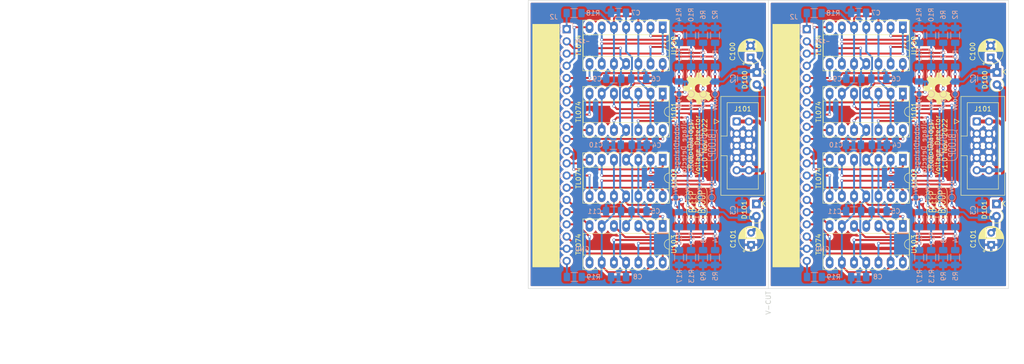
<source format=kicad_pcb>
(kicad_pcb (version 20211014) (generator pcbnew)
  (title_block (title "Voltage Detector") (date "2022-12-04") (rev "1.0") (company "RobotDialogs"))
  (layers (0 "F.Cu" signal) (31 "B.Cu" signal) (34 "B.Paste" user) (35 "F.Paste" user) (36 "B.SilkS" user "B.Silkscreen") (37 "F.SilkS" user "F.Silkscreen") (38 "B.Mask" user) (39 "F.Mask" user) (44 "Edge.Cuts" user))
  (net 0 "")
  (net 1 "+12V")
  (net 2 "GND")
  (net 3 "-12V")
  (net 4 "-12VA")
  (net 5 "+12VA")
  (net 6 "Net-(J2-Pad1)")
  (net 7 "Net-(J2-Pad3)")
  (net 8 "INPUT_1")
  (net 9 "INPUT_2")
  (net 10 "0.9VREF")
  (net 11 "3.2VREF")
  (net 12 "4.9VREF")
  (net 13 "9.8VREF")
  (net 14 "-0.9VREF")
  (net 15 "-3.2VREF")
  (net 16 "-4.9VREF")
  (net 17 "-9.8VREF")
  (net 18 "Net-(J2-Pad4)")
  (net 19 "Net-(J2-Pad5)")
  (net 20 "Net-(J2-Pad6)")
  (net 21 "Net-(J2-Pad7)")
  (net 22 "Net-(J2-Pad8)")
  (net 23 "Net-(J2-Pad9)")
  (net 24 "Net-(J2-Pad10)")
  (net 25 "Net-(J2-Pad11)")
  (net 26 "Net-(J2-Pad12)")
  (net 27 "Net-(J2-Pad13)")
  (net 28 "Net-(J2-Pad14)")
  (net 29 "Net-(J2-Pad15)")
  (net 30 "Net-(J2-Pad16)")
  (net 31 "Net-(J2-Pad17)")
  (net 32 "Net-(J2-Pad18)")
  (net 33 "Net-(J2-Pad20)")
  (footprint "Package_DIP:DIP-14_W7.62mm_Socket_LongPads" (layer "F.Cu") (at 168.005 123.183332 -90)
    (fp_text reference "U102")
    (fp_text value "TL074")
  )
  (footprint "Package_DIP:DIP-14_W7.62mm_Socket_LongPads" (layer "F.Cu") (at 168.005 136.975 -90)
    (fp_text reference "U103")
    (fp_text value "TL074")
  )
  (footprint "Package_DIP:DIP-14_W7.62mm_Socket_LongPads" (layer "F.Cu") (at 168.005 109.391666 -90)
    (fp_text reference "U101")
    (fp_text value "TL074")
  )
  (footprint "Package_DIP:DIP-14_W7.62mm_Socket_LongPads" (layer "F.Cu") (at 218.005 95.6 -90)
    (fp_text reference "U100")
    (fp_text value "TL074")
  )
  (footprint "My Stuff:Logo1" (layer "F.Cu") (at 225.1 132 90)
    (fp_text reference "LOGO101" hide)
    (fp_text value "logo1" hide)
  )
  (footprint "Package_DIP:DIP-14_W7.62mm_Socket_LongPads" (layer "F.Cu") (at 218.005 136.975 -90)
    (fp_text reference "U103")
    (fp_text value "TL074")
  )
  (footprint "My Stuff:Logo2" (layer "F.Cu") (at 227.25 120.15 90)
    (fp_text reference "LOGO102" hide)
    (fp_text value "logo1" hide)
  )
  (footprint "Connector_IDC:IDC-Header_2x05_P2.54mm_Vertical" (layer "F.Cu") (at 233.3975 115.22)
    (fp_text reference "J101")
    (fp_text value "Conn_02x05_Odd_Even")
  )
  (footprint "Package_DIP:DIP-14_W7.62mm_Socket_LongPads" (layer "F.Cu") (at 218.005 123.183332 -90)
    (fp_text reference "U102")
    (fp_text value "TL074")
  )
  (footprint "Capacitor_THT:CP_Radial_D5.0mm_P2.50mm" (layer "F.Cu") (at 236.4 140.905113 90)
    (fp_text reference "C101")
    (fp_text value "100uF")
  )
  (footprint "My Stuff:Logo1" (layer "F.Cu") (at 175.1 132 90)
    (fp_text reference "LOGO101" hide)
    (fp_text value "logo1" hide)
  )
  (footprint "Diode_THT:D_A-405_P2.54mm_Vertical_KathodeUp" (layer "F.Cu") (at 237.5 132.4 -90)
    (fp_text reference "D101")
    (fp_text value "D")
  )
  (footprint "Connector_IDC:IDC-Header_2x05_P2.54mm_Vertical" (layer "F.Cu") (at 183.3975 115.22)
    (fp_text reference "J101")
    (fp_text value "Conn_02x05_Odd_Even")
  )
  (footprint "Package_DIP:DIP-14_W7.62mm_Socket_LongPads" (layer "F.Cu") (at 218.005 109.391666 -90)
    (fp_text reference "U101")
    (fp_text value "TL074")
  )
  (footprint "Diode_THT:D_A-405_P2.54mm_Vertical_KathodeUp" (layer "F.Cu") (at 187.6 105 -90)
    (fp_text reference "D100")
    (fp_text value "D")
  )
  (footprint "Diode_THT:D_A-405_P2.54mm_Vertical_KathodeUp" (layer "F.Cu") (at 187.5 132.4 -90)
    (fp_text reference "D101")
    (fp_text value "D")
  )
  (footprint "Symbol:OSHW-Symbol_6.7x6mm_SilkScreen" (layer "F.Cu") (at 225.25 108.35 90)
    (fp_text reference "LOGO100" hide)
    (fp_text value "Logo_Open_Hardware_Small" hide)
  )
  (footprint "Package_DIP:DIP-14_W7.62mm_Socket_LongPads" (layer "F.Cu") (at 168.005 95.6 -90)
    (fp_text reference "U100")
    (fp_text value "TL074")
  )
  (footprint "Capacitor_THT:CP_Radial_D5.0mm_P2.50mm" (layer "F.Cu") (at 186.3 101.9 90)
    (fp_text reference "C100")
    (fp_text value "100uF")
  )
  (footprint "Symbol:OSHW-Symbol_6.7x6mm_SilkScreen" (layer "F.Cu") (at 175.25 108.35 90)
    (fp_text reference "LOGO100" hide)
    (fp_text value "Logo_Open_Hardware_Small" hide)
  )
  (footprint "Diode_THT:D_A-405_P2.54mm_Vertical_KathodeUp" (layer "F.Cu") (at 237.6 105 -90)
    (fp_text reference "D100")
    (fp_text value "D")
  )
  (footprint "Capacitor_THT:CP_Radial_D5.0mm_P2.50mm" (layer "F.Cu") (at 186.4 140.905113 90)
    (fp_text reference "C101")
    (fp_text value "100uF")
  )
  (footprint "My Stuff:Logo2" (layer "F.Cu") (at 177.25 120.15 90)
    (fp_text reference "LOGO102" hide)
    (fp_text value "logo1" hide)
  )
  (footprint "Capacitor_THT:CP_Radial_D5.0mm_P2.50mm" (layer "F.Cu") (at 236.3 101.9 90)
    (fp_text reference "C100")
    (fp_text value "100uF")
  )
  (footprint "Resistor_SMD:R_1206_3216Metric_Pad1.30x1.75mm_HandSolder" (layer "B.Cu") (at 173.9 143.55 90)
    (fp_text reference "R13")
    (fp_text value "3k6")
  )
  (footprint "Resistor_SMD:R_1206_3216Metric_Pad1.30x1.75mm_HandSolder" (layer "B.Cu") (at 178.899999 97.3 -90)
    (fp_text reference "R2")
    (fp_text value "1k3")
  )
  (footprint "Resistor_SMD:R_1206_3216Metric_Pad1.30x1.75mm_HandSolder" (layer "B.Cu") (at 176.399999 105.350001 -90)
    (fp_text reference "R7")
    (fp_text value "9k1")
  )
  (footprint "Capacitor_SMD:C_1206_3216Metric_Pad1.33x1.80mm_HandSolder" (layer "B.Cu") (at 157.7625 133.9)
    (fp_text reference "C11")
    (fp_text value "10nF")
  )
  (footprint "Capacitor_SMD:C_1206_3216Metric_Pad1.33x1.80mm_HandSolder" (layer "B.Cu") (at 158.8 147.6)
    (fp_text reference "C8")
    (fp_text value "10nF")
  )
  (footprint "Capacitor_SMD:C_1206_3216Metric_Pad1.33x1.80mm_HandSolder" (layer "B.Cu") (at 208.8 92.6 180)
    (fp_text reference "C7")
    (fp_text value "10nF")
  )
  (footprint "Resistor_SMD:R_1206_3216Metric_Pad1.30x1.75mm_HandSolder" (layer "B.Cu") (at 221.400001 97.3 -90)
    (fp_text reference "R14")
    (fp_text value "1k3")
  )
  (footprint "Resistor_SMD:R_1206_3216Metric_Pad1.30x1.75mm_HandSolder" (layer "B.Cu") (at 223.9 105.350001 -90)
    (fp_text reference "R11")
    (fp_text value "4k7")
  )
  (footprint "Resistor_SMD:R_1206_3216Metric_Pad1.30x1.75mm_HandSolder" (layer "B.Cu") (at 226.4 143.550001 90)
    (fp_text reference "R9")
    (fp_text value "3k6")
  )
  (footprint "My Stuff:TestPoint_Pad_D1.0mm_minimal" (layer "B.Cu") (at 170.7 131.05 180)
    (fp_text reference "TP8" hide)
    (fp_text value "TestPoint")
  )
  (footprint "Capacitor_SMD:C_1206_3216Metric_Pad1.33x1.80mm_HandSolder" (layer "B.Cu") (at 157.72 120.1)
    (fp_text reference "C10")
    (fp_text value "10nF")
  )
  (footprint "My Stuff:TestPoint_Pad_D1.0mm_minimal" (layer "B.Cu") (at 223.9 109.5 180)
    (fp_text reference "TP5" hide)
    (fp_text value "TestPoint")
  )
  (footprint "Resistor_SMD:R_1206_3216Metric_Pad1.30x1.75mm_HandSolder" (layer "B.Cu") (at 228.899999 143.550001 90)
    (fp_text reference "R5")
    (fp_text value "1k3")
  )
  (footprint "Capacitor_SMD:C_1206_3216Metric_Pad1.33x1.80mm_HandSolder" (layer "B.Cu") (at 207.72 120.1)
    (fp_text reference "C10")
    (fp_text value "10nF")
  )
  (footprint "Connector_PinHeader_2.54mm:PinHeader_1x20_P2.54mm_Horizontal" (layer "B.Cu") (at 148 96 180)
    (fp_text reference "J2")
    (fp_text value "Conn_01x20")
  )
  (footprint "My Stuff:TestPoint_Pad_D1.0mm_minimal" (layer "B.Cu") (at 221.4 109.5 180)
    (fp_text reference "TP7" hide)
    (fp_text value "TestPoint")
  )
  (footprint "Capacitor_SMD:C_1206_3216Metric_Pad1.33x1.80mm_HandSolder" (layer "B.Cu") (at 208.8 147.6)
    (fp_text reference "C8")
    (fp_text value "10nF")
  )
  (footprint "My Stuff:TestPoint_Pad_D1.0mm_minimal" (layer "B.Cu") (at 226.4 109.5 180)
    (fp_text reference "TP3" hide)
    (fp_text value "TestPoint")
  )
  (footprint "My Stuff:TestPoint_Pad_D1.0mm_minimal" (layer "B.Cu") (at 178.2 131.05 180)
    (fp_text reference "TP2" hide)
    (fp_text value "TestPoint")
  )
  (footprint "Resistor_SMD:R_1206_3216Metric_Pad1.30x1.75mm_HandSolder" (layer "B.Cu") (at 173.9 105.350001 -90)
    (fp_text reference "R11")
    (fp_text value "4k7")
  )
  (footprint "My Stuff:TestPoint_Pad_D1.0mm_minimal" (layer "B.Cu") (at 178.9 109.5 180)
    (fp_text reference "TP1" hide)
    (fp_text value "TestPoint")
  )
  (footprint "Resistor_SMD:R_1206_3216Metric_Pad1.30x1.75mm_HandSolder" (layer "B.Cu") (at 171.400001 97.3 -90)
    (fp_text reference "R14")
    (fp_text value "1k3")
  )
  (footprint "Resistor_SMD:R_1206_3216Metric_Pad1.30x1.75mm_HandSolder" (layer "B.Cu") (at 173.9 135.65 90)
    (fp_text reference "R12")
    (fp_text value "4k7")
  )
  (footprint "Capacitor_SMD:C_1206_3216Metric_Pad1.33x1.80mm_HandSolder" (layer "B.Cu") (at 234.5 106.3 -90)
    (fp_text reference "C2")
    (fp_text value "10nF")
  )
  (footprint "My Stuff:TestPoint_Pad_D1.0mm_minimal" (layer "B.Cu") (at 171.4 109.5 180)
    (fp_text reference "TP7" hide)
    (fp_text value "TestPoint")
  )
  (footprint "My Stuff:TestPoint_Pad_D1.0mm_minimal" (layer "B.Cu") (at 225.65 131.05 180)
    (fp_text reference "TP4" hide)
    (fp_text value "TestPoint")
  )
  (footprint "Resistor_SMD:R_1206_3216Metric_Pad1.30x1.75mm_HandSolder" (layer "B.Cu") (at 178.899999 105.350001 -90)
    (fp_text reference "R3")
    (fp_text value "15k")
  )
  (footprint "Resistor_SMD:R_1206_3216Metric_Pad1.30x1.75mm_HandSolder" (layer "B.Cu") (at 228.899999 105.350001 -90)
    (fp_text reference "R3")
    (fp_text value "15k")
  )
  (footprint "Capacitor_SMD:C_1206_3216Metric_Pad1.33x1.80mm_HandSolder" (layer "B.Cu") (at 213 106.3)
    (fp_text reference "C6")
    (fp_text value "10nF")
  )
  (footprint "My Stuff:TestPoint_Pad_D1.0mm_minimal" (layer "B.Cu") (at 228.9 109.5 180)
    (fp_text reference "TP1" hide)
    (fp_text value "TestPoint")
  )
  (footprint "Resistor_SMD:R_1206_3216Metric_Pad1.30x1.75mm_HandSolder" (layer "B.Cu") (at 226.399999 97.3 -90)
    (fp_text reference "R6")
    (fp_text value "3k6")
  )
  (footprint "Resistor_SMD:R_1206_3216Metric_Pad1.30x1.75mm_HandSolder" (layer "B.Cu") (at 226.4 135.65 90)
    (fp_text reference "R8")
    (fp_text value "9k1")
  )
  (footprint "Resistor_SMD:R_1206_3216Metric_Pad1.30x1.75mm_HandSolder" (layer "B.Cu") (at 173.9 97.3 -90)
    (fp_text reference "R10")
    (fp_text value "3k6")
  )
  (footprint "Capacitor_SMD:C_1206_3216Metric_Pad1.33x1.80mm_HandSolder" (layer "B.Cu") (at 163.1 120.1)
    (fp_text reference "C4")
    (fp_text value "10nF")
  )
  (footprint "Resistor_SMD:R_1206_3216Metric_Pad1.30x1.75mm_HandSolder" (layer "B.Cu") (at 149.55 92.65)
    (fp_text reference "R18")
    (fp_text value "100k")
  )
  (footprint "Resistor_SMD:R_1206_3216Metric_Pad1.30x1.75mm_HandSolder" (layer "B.Cu") (at 176.4 143.550001 90)
    (fp_text reference "R9")
    (fp_text value "3k6")
  )
  (footprint "Resistor_SMD:R_1206_3216Metric_Pad1.30x1.75mm_HandSolder" (layer "B.Cu") (at 178.899999 143.550001 90)
    (fp_text reference "R5")
    (fp_text value "1k3")
  )
  (footprint "Capacitor_SMD:C_1206_3216Metric_Pad1.33x1.80mm_HandSolder" (layer "B.Cu") (at 163 106.3)
    (fp_text reference "C6")
    (fp_text value "10nF")
  )
  (footprint "Resistor_SMD:R_1206_3216Metric_Pad1.30x1.75mm_HandSolder" (layer "B.Cu") (at 228.899999 135.65 90)
    (fp_text reference "R4")
    (fp_text value "15k")
  )
  (footprint "Resistor_SMD:R_1206_3216Metric_Pad1.30x1.75mm_HandSolder" (layer "B.Cu") (at 226.399999 105.350001 -90)
    (fp_text reference "R7")
    (fp_text value "9k1")
  )
  (footprint "Capacitor_SMD:C_1206_3216Metric_Pad1.33x1.80mm_HandSolder" (layer "B.Cu") (at 234.5 133.7 -90)
    (fp_text reference "C3")
    (fp_text value "10nF")
  )
  (footprint "My Stuff:TestPoint_Pad_D1.0mm_minimal" (layer "B.Cu") (at 175.65 131.05 180)
    (fp_text reference "TP4" hide)
    (fp_text value "TestPoint")
  )
  (footprint "Resistor_SMD:R_1206_3216Metric_Pad1.30x1.75mm_HandSolder" (layer "B.Cu") (at 149.6 147.6)
    (fp_text reference "R19")
    (fp_text value "100k")
  )
  (footprint "My Stuff:TestPoint_Pad_D1.0mm_minimal" (layer "B.Cu") (at 228.2 131.05 180)
    (fp_text reference "TP2" hide)
    (fp_text value "TestPoint")
  )
  (footprint "Resistor_SMD:R_1206_3216Metric_Pad1.30x1.75mm_HandSolder" (layer "B.Cu") (at 223.9 97.3 -90)
    (fp_text reference "R10")
    (fp_text value "3k6")
  )
  (footprint "Capacitor_SMD:C_1206_3216Metric_Pad1.33x1.80mm_HandSolder" (layer "B.Cu") (at 213.1 120.1)
    (fp_text reference "C4")
    (fp_text value "10nF")
  )
  (footprint "My Stuff:TestPoint_Pad_D1.0mm_minimal" (layer "B.Cu") (at 173.2 131.05 180)
    (fp_text reference "TP6" hide)
    (fp_text value "TestPoint")
  )
  (footprint "Resistor_SMD:R_1206_3216Metric_Pad1.30x1.75mm_HandSolder" (layer "B.Cu") (at 171.400001 135.65 90)
    (fp_text reference "R16")
    (fp_text value "200")
  )
  (footprint "Resistor_SMD:R_1206_3216Metric_Pad1.30x1.75mm_HandSolder" (layer "B.Cu") (at 221.400001 143.55 90)
    (fp_text reference "R17")
    (fp_text value "1k3")
  )
  (footprint "Resistor_SMD:R_1206_3216Metric_Pad1.30x1.75mm_HandSolder" (layer "B.Cu") (at 221.400001 105.350001 -90)
    (fp_text reference "R15")
    (fp_text value "200")
  )
  (footprint "Capacitor_SMD:C_1206_3216Metric_Pad1.33x1.80mm_HandSolder" (layer "B.Cu") (at 213.0625 133.9)
    (fp_text reference "C5")
    (fp_text value "10nF")
  )
  (footprint "Resistor_SMD:R_1206_3216Metric_Pad1.30x1.75mm_HandSolder" (layer "B.Cu") (at 171.400001 105.350001 -90)
    (fp_text reference "R15")
    (fp_text value "200")
  )
  (footprint "Resistor_SMD:R_1206_3216Metric_Pad1.30x1.75mm_HandSolder" (layer "B.Cu") (at 223.9 143.55 90)
    (fp_text reference "R13")
    (fp_text value "3k6")
  )
  (footprint "Capacitor_SMD:C_1206_3216Metric_Pad1.33x1.80mm_HandSolder" (layer "B.Cu") (at 207.7625 133.9)
    (fp_text reference "C11")
    (fp_text value "10nF")
  )
  (footprint "Capacitor_SMD:C_1206_3216Metric_Pad1.33x1.80mm_HandSolder" (layer "B.Cu") (at 158.8 92.6 180)
    (fp_text reference "C7")
    (fp_text value "10nF")
  )
  (footprint "My Stuff:TestPoint_Pad_D1.0mm_minimal" (layer "B.Cu") (at 220.7 131.05 180)
    (fp_text reference "TP8" hide)
    (fp_text value "TestPoint")
  )
  (footprint "My Stuff:TestPoint_Pad_D1.0mm_minimal" (layer "B.Cu") (at 176.4 109.5 180)
    (fp_text reference "TP3" hide)
    (fp_text value "TestPoint")
  )
  (footprint "Capacitor_SMD:C_1206_3216Metric_Pad1.33x1.80mm_HandSolder" (layer "B.Cu") (at 184.5 106.3 -90)
    (fp_text reference "C2")
    (fp_text value "10nF")
  )
  (footprint "Resistor_SMD:R_1206_3216Metric_Pad1.30x1.75mm_HandSolder" (layer "B.Cu") (at 228.899999 97.3 -90)
    (fp_text reference "R2")
    (fp_text value "1k3")
  )
  (footprint "Capacitor_SMD:C_1206_3216Metric_Pad1.33x1.80mm_HandSolder" (layer "B.Cu") (at 163.0625 133.9)
    (fp_text reference "C5")
    (fp_text value "10nF")
  )
  (footprint "Resistor_SMD:R_1206_3216Metric_Pad1.30x1.75mm_HandSolder" (layer "B.Cu") (at 199.55 92.65)
    (fp_text reference "R18")
    (fp_text value "100k")
  )
  (footprint "Resistor_SMD:R_1206_3216Metric_Pad1.30x1.75mm_HandSolder" (layer "B.Cu") (at 223.9 135.65 90)
    (fp_text reference "R12")
    (fp_text value "4k7")
  )
  (footprint "Resistor_SMD:R_1206_3216Metric_Pad1.30x1.75mm_HandSolder" (layer "B.Cu") (at 221.400001 135.65 90)
    (fp_text reference "R16")
    (fp_text value "200")
  )
  (footprint "Capacitor_SMD:C_1206_3216Metric_Pad1.33x1.80mm_HandSolder" (layer "B.Cu") (at 184.5 133.7 -90)
    (fp_text reference "C3")
    (fp_text value "10nF")
  )
  (footprint "My Stuff:TestPoint_Pad_D1.0mm_minimal" (layer "B.Cu") (at 223.2 131.05 180)
    (fp_text reference "TP6" hide)
    (fp_text value "TestPoint")
  )
  (footprint "Resistor_SMD:R_1206_3216Metric_Pad1.30x1.75mm_HandSolder" (layer "B.Cu") (at 199.6 147.6)
    (fp_text reference "R19")
    (fp_text value "100k")
  )
  (footprint "Connector_PinHeader_2.54mm:PinHeader_1x20_P2.54mm_Horizontal" (layer "B.Cu") (at 198 96 180)
    (fp_text reference "J2")
    (fp_text value "Conn_01x20")
  )
  (footprint "Resistor_SMD:R_1206_3216Metric_Pad1.30x1.75mm_HandSolder" (layer "B.Cu") (at 171.400001 143.55 90)
    (fp_text reference "R17")
    (fp_text value "1k3")
  )
  (footprint "Capacitor_SMD:C_1206_3216Metric_Pad1.33x1.80mm_HandSolder" (layer "B.Cu") (at 207.8 106.3)
    (fp_text reference "C9")
    (fp_text value "10nF")
  )
  (footprint "Resistor_SMD:R_1206_3216Metric_Pad1.30x1.75mm_HandSolder" (layer "B.Cu") (at 176.4 135.65 90)
    (fp_text reference "R8")
    (fp_text value "9k1")
  )
  (footprint "Resistor_SMD:R_1206_3216Metric_Pad1.30x1.75mm_HandSolder" (layer "B.Cu") (at 176.399999 97.3 -90)
    (fp_text reference "R6")
    (fp_text value "3k6")
  )
  (footprint "Capacitor_SMD:C_1206_3216Metric_Pad1.33x1.80mm_HandSolder" (layer "B.Cu") (at 157.8 106.3)
    (fp_text reference "C9")
    (fp_text value "10nF")
  )
  (footprint "My Stuff:TestPoint_Pad_D1.0mm_minimal" (layer "B.Cu") (at 173.9 109.5 180)
    (fp_text reference "TP5" hide)
    (fp_text value "TestPoint")
  )
  (footprint "Resistor_SMD:R_1206_3216Metric_Pad1.30x1.75mm_HandSolder" (layer "B.Cu") (at 178.899999 135.65 90)
    (fp_text reference "R4")
    (fp_text value "15k")
  )
  (gr_rect (start 190.95 95) (end 196.45 145.5) (layer "F.SilkS") (width 0.15) (fill solid))
  (gr_rect (start 140.95 95) (end 146.45 145.5) (layer "F.SilkS") (width 0.15) (fill solid))
  (gr_line (start 190 90) (end 190 150) (layer "Edge.Cuts") (width 0.1))
  (gr_rect (start 140 90) (end 240 150) (layer "Edge.Cuts") (width 0.1) (fill none))
  (gr_text "-4.9V" (at 223.2 128.3 -270) (layer "B.SilkS") (effects (font (size 0.75 0.75)) (justify mirror)))
  (gr_text "3.2V" (at 176.45 111.7 -270) (layer "B.SilkS") (effects (font (size 0.75 0.75)) (justify mirror)))
  (gr_text "-4.9V" (at 173.2 128.3 -270) (layer "B.SilkS") (effects (font (size 0.75 0.75)) (justify mirror)))
  (gr_text "9.8V" (at 171.45 111.7 -270) (layer "B.SilkS") (effects (font (size 0.75 0.75)) (justify mirror)))
  (gr_text "v1.0 Nov 2022" (at 173.9 120.25 90) (layer "B.SilkS") (effects (font (size 1 1)) (justify mirror)))
  (gr_text "4.9V" (at 223.95 111.7 -270) (layer "B.SilkS") (effects (font (size 0.75 0.75)) (justify mirror)))
  (gr_text "9.8V" (at 221.45 111.7 -270) (layer "B.SilkS") (effects (font (size 0.75 0.75)) (justify mirror)))
  (gr_text "4.9V" (at 173.95 111.7 -270) (layer "B.SilkS") (effects (font (size 0.75 0.75)) (justify mirror)))
  (gr_text "-3.2V" (at 175.7 128.3 -270) (layer "B.SilkS") (effects (font (size 0.75 0.75)) (justify mirror)))
  (gr_text "-12V" (at 151.35 98.5) (layer "B.SilkS") (effects (font (size 0.75 0.75)) (justify mirror)))
  (gr_text "-12V" (at 201.35 98.5) (layer "B.SilkS") (effects (font (size 0.75 0.75)) (justify mirror)))
  (gr_text "GND" (at 151.25 141.8) (layer "B.SilkS") (effects (font (size 1 1)) (justify mirror)))
  (gr_text "0.9V" (at 178.95 111.7 -270) (layer "B.SilkS") (effects (font (size 0.75 0.75)) (justify mirror)))
  (gr_text "-9.8V" (at 220.7 128.3 -270) (layer "B.SilkS") (effects (font (size 0.75 0.75)) (justify mirror)))
  (gr_text "RobotDialogs\n" (at 220.9 120.25 90) (layer "B.SilkS") (effects (font (size 1 1)) (justify mirror)))
  (gr_text "3.2V" (at 226.45 111.7 -270) (layer "B.SilkS") (effects (font (size 0.75 0.75)) (justify mirror)))
  (gr_text "GND" (at 201.25 141.8) (layer "B.SilkS") (effects (font (size 1 1)) (justify mirror)))
  (gr_text "-9.8V" (at 170.7 128.3 -270) (layer "B.SilkS") (effects (font (size 0.75 0.75)) (justify mirror)))
  (gr_text "RobotDialogs\n" (at 170.9 120.25 90) (layer "B.SilkS") (effects (font (size 1 1)) (justify mirror)))
  (gr_text "-3.2V" (at 225.7 128.3 -270) (layer "B.SilkS") (effects (font (size 0.75 0.75)) (justify mirror)))
  (gr_text "Voltage Detector" (at 222.4 120.25 90) (layer "B.SilkS") (effects (font (size 1 1)) (justify mirror)))
  (gr_text "0.9V" (at 228.95 111.7 -270) (layer "B.SilkS") (effects (font (size 0.75 0.75)) (justify mirror)))
  (gr_text "v1.0 Nov 2022" (at 223.9 120.25 90) (layer "B.SilkS") (effects (font (size 1 1)) (justify mirror)))
  (gr_text "Voltage Detector" (at 172.4 120.25 90) (layer "B.SilkS") (effects (font (size 1 1)) (justify mirror)))
  (gr_text "-0.9V" (at 228.2 128.3 -270) (layer "B.SilkS") (effects (font (size 0.75 0.75)) (justify mirror)))
  (gr_text "-0.9V" (at 178.2 128.3 -270) (layer "B.SilkS") (effects (font (size 0.75 0.75)) (justify mirror)))
  (gr_text "RobotDialogs\n" (at 173.75 120.2 90) (layer "F.SilkS") (effects (font (size 1 1))))
  (gr_text "TL074" (at 150.45 113.2 90) (layer "F.SilkS") (effects (font (size 1 1))))
  (gr_text "Voltage Detector" (at 175.25 120.2 90) (layer "F.SilkS") (effects (font (size 1 1))))
  (gr_text "TL074" (at 200.45 99.4 90) (layer "F.SilkS") (effects (font (size 1 1))))
  (gr_text "Voltage Detector" (at 225.25 120.2 90) (layer "F.SilkS") (effects (font (size 1 1))))
  (gr_text "v1.0 Nov 2022" (at 176.75 120.2 90) (layer "F.SilkS") (effects (font (size 1 1))))
  (gr_text "TL074" (at 150.45 140.8 90) (layer "F.SilkS") (effects (font (size 1 1))))
  (gr_text "TL074" (at 200.45 113.2 90) (layer "F.SilkS") (effects (font (size 1 1))))
  (gr_text "v1.0 Nov 2022" (at 226.75 120.2 90) (layer "F.SilkS") (effects (font (size 1 1))))
  (gr_text "RobotDialogs\n" (at 223.75 120.2 90) (layer "F.SilkS") (effects (font (size 1 1))))
  (gr_text "TL074" (at 150.45 127 90) (layer "F.SilkS") (effects (font (size 1 1))))
  (gr_text "TL074" (at 150.45 99.4 90) (layer "F.SilkS") (effects (font (size 1 1))))
  (gr_text "TL074" (at 200.45 127 90) (layer "F.SilkS") (effects (font (size 1 1))))
  (gr_text "TL074" (at 200.45 140.8 90) (layer "F.SilkS") (effects (font (size 1 1))))
  (gr_text "V-CUT" (at 190 153 90) (layer "Edge.Cuts") (effects (font (size 1 1))))
  (segment (start 220.55 109.1) (end 222.6 109.1) (width 0.4) (layer "F.Cu") (net 1))
  (segment (start 160.385 109.391666) (end 160.385 109.065) (width 0.4) (layer "F.Cu") (net 1))
  (segment (start 212.2 107.25) (end 219.2 107.25) (width 0.4) (layer "F.Cu") (net 1))
  (segment (start 210.385 109.391666) (end 210.385 109.065) (width 0.4) (layer "F.Cu") (net 1))
  (segment (start 162.2 107.25) (end 169.2 107.25) (width 0.4) (layer "F.Cu") (net 1))
  (segment (start 187.6 105) (end 187.6 103.2) (width 0.8) (layer "F.Cu") (net 1))
  (segment (start 170.55 109.1) (end 172.6 109.1) (width 0.4) (layer "F.Cu") (net 1))
  (segment (start 220.25 108.8) (end 220.55 109.1) (width 0.4) (layer "F.Cu") (net 1))
  (segment (start 187.6 103.2) (end 186.3 101.9) (width 0.8) (layer "F.Cu") (net 1))
  (segment (start 220.25 108.3) (end 220.25 108.8) (width 0.4) (layer "F.Cu") (net 1))
  (segment (start 219.2 107.25) (end 220.25 108.3) (width 0.4) (layer "F.Cu") (net 1))
  (segment (start 170.25 108.8) (end 170.55 109.1) (width 0.4) (layer "F.Cu") (net 1))
  (segment (start 237.6 103.2) (end 236.3 101.9) (width 0.8) (layer "F.Cu") (net 1))
  (segment (start 210.385 109.065) (end 212.2 107.25) (width 0.4) (layer "F.Cu") (net 1))
  (segment (start 169.2 107.25) (end 170.25 108.3) (width 0.4) (layer "F.Cu") (net 1))
  (segment (start 237.6 105) (end 237.6 103.2) (width 0.8) (layer "F.Cu") (net 1))
  (segment (start 160.385 109.065) (end 162.2 107.25) (width 0.4) (layer "F.Cu") (net 1))
  (segment (start 170.25 108.3) (end 170.25 108.8) (width 0.4) (layer "F.Cu") (net 1))
  (via (at 222.6 109.1) (size 0.6) (drill 0.4) (layers "F.Cu" "B.Cu") (net 1))
  (via (at 172.6 109.1) (size 0.6) (drill 0.4) (layers "F.Cu" "B.Cu") (net 1))
  (segment (start 161.65 133.75) (end 161.65 124.448332) (width 0.4) (layer "B.Cu") (net 1))
  (segment (start 161.5 135.45) (end 161.5 133.9) (width 0.4) (layer "B.Cu") (net 1))
  (segment (start 187.6 103.2) (end 186.3 101.9) (width 0.8) (layer "B.Cu") (net 1))
  (segment (start 211.4375 107.8125) (end 211.4375 106.3) (width 0.4) (layer "B.Cu") (net 1))
  (segment (start 211.65 110.656666) (end 211.65 119.9875) (width 0.4) (layer "B.Cu") (net 1))
  (segment (start 184.4875 104.75) (end 184.5 104.7375) (width 0.4) (layer "B.Cu") (net 1))
  (segment (start 178.899999 106.900001) (end 180.599999 106.900001) (width 0.4) (layer "B.Cu") (net 1))
  (segment (start 161.65 119.9875) (end 161.5375 120.1) (width 0.4) (layer "B.Cu") (net 1))
  (segment (start 160.3625 95.5775) (end 160.385 95.6) (width 0.4) (layer "B.Cu") (net 1))
  (segment (start 160.385 136.975) (end 160.385 136.565) (width 0.4) (layer "B.Cu") (net 1))
  (segment (start 230.599999 106.900001) (end 232.75 104.75) (width 0.4) (layer "B.Cu") (net 1))
  (segment (start 172.6 109.1) (end 172.6 106.95) (width 0.4) (layer "B.Cu") (net 1))
  (segment (start 211.5375 120.1) (end 211.5375 122.030832) (width 0.4) (layer "B.Cu") (net 1))
  (segment (start 210.385 95.6) (end 210.385 100.685) (width 0.4) (layer "B.Cu") (net 1))
  (segment (start 211.65 124.448332) (end 210.385 123.183332) (width 0.4) (layer "B.Cu") (net 1))
  (segment (start 160.3625 92.6) (end 160.3625 95.5775) (width 0.4) (layer "B.Cu") (net 1))
  (segment (start 211.5 135.45) (end 211.5 133.9) (width 0.4) (layer "B.Cu") (net 1))
  (segment (start 187.3375 104.7375) (end 187.6 105) (width 0.8) (layer "B.Cu") (net 1))
  (segment (start 172.6 106.95) (end 172.649999 106.900001) (width 0.4) (layer "B.Cu") (net 1))
  (segment (start 211.65 133.75) (end 211.65 124.448332) (width 0.4) (layer "B.Cu") (net 1))
  (segment (start 210.385 109.391666) (end 210.385 108.865) (width 0.4) (layer "B.Cu") (net 1))
  (segment (start 171.400001 106.900001) (end 172.649999 106.900001) (width 0.4) (layer "B.Cu") (net 1))
  (segment (start 161.65 110.656666) (end 161.65 119.9875) (width 0.4) (layer "B.Cu") (net 1))
  (segment (start 210.385 136.565) (end 211.5 135.45) (width 0.4) (layer "B.Cu") (net 1))
  (segment (start 211.6 101.9) (end 211.6 104.4) (width 0.4) (layer "B.Cu") (net 1))
  (segment (start 211.5 133.9) (end 211.65 133.75) (width 0.4) (layer "B.Cu") (net 1))
  (segment (start 161.4375 106.3) (end 161.4375 104.5625) (width 0.4) (layer "B.Cu") (net 1))
  (segment (start 160.385 100.685) (end 161.6 101.9) (width 0.4) (layer "B.Cu") (net 1))
  (segment (start 210.3625 92.6) (end 210.3625 95.5775) (width 0.4) (layer "B.Cu") (net 1))
  (segment (start 160.385 108.865) (end 161.4375 107.8125) (width 0.4) (layer "B.Cu") (net 1))
  (segment (start 172.649999 106.900001) (end 178.899999 106.900001) (width 0.4) (layer "B.Cu") (net 1))
  (segment (start 222.6 109.1) (end 222.6 106.95) (width 0.4) (layer "B.Cu") (net 1))
  (segment (start 232.75 104.75) (end 234.4875 104.75) (width 0.4) (layer "B.Cu") (net 1))
  (segment (start 161.4375 107.8125) (end 161.4375 106.3) (width 0.4) (layer "B.Cu") (net 1))
  (segment (start 160.385 109.391666) (end 161.65 110.656666) (width 0.4) (layer "B.Cu") (net 1))
  (segment (start 210.385 108.865) (end 211.4375 107.8125) (width 0.4) (layer "B.Cu") (net 1))
  (segment (start 161.5375 122.030832) (end 160.385 123.183332) (width 0.4) (layer "B.Cu") (net 1))
  (segment (start 160.385 95.6) (end 160.385 100.685) (width 0.4) (layer "B.Cu") (net 1))
  (segment (start 161.65 124.448332) (end 160.385 123.183332) (width 0.4) (layer "B.Cu") (net 1))
  (segment (start 210.385 109.391666) (end 211.65 110.656666) (width 0.4) (layer "B.Cu") (net 1))
  (segment (start 187.6 105) (end 187.6 103.2) (width 0.8) (layer "B.Cu") (net 1))
  (segment (start 211.5375 122.030832) (end 210.385 123.183332) (width 0.4) (layer "B.Cu") (net 1))
  (segment (start 210.385 100.685) (end 211.6 101.9) (width 0.4) (layer "B.Cu") (net 1))
  (segment (start 210.385 136.975) (end 210.385 136.565) (width 0.4) (layer "B.Cu") (net 1))
  (segment (start 161.6 101.9) (end 161.6 104.4) (width 0.4) (layer "B.Cu") (net 1))
  (segment (start 182.75 104.75) (end 184.4875 104.75) (width 0.4) (layer "B.Cu") (net 1))
  (segment (start 234.4875 104.75) (end 234.5 104.7375) (width 0.4) (layer "B.Cu") (net 1))
  (segment (start 160.385 109.391666) (end 160.385 108.865) (width 0.4) (layer "B.Cu") (net 1))
  (segment (start 211.65 119.9875) (end 211.5375 120.1) (width 0.4) (layer "B.Cu") (net 1))
  (segment (start 237.6 105) (end 237.6 103.2) (width 0.8) (layer "B.Cu") (net 1))
  (segment (start 228.899999 106.900001) (end 230.599999 106.900001) (width 0.4) (layer "B.Cu") (net 1))
  (segment (start 180.599999 106.900001) (end 182.75 104.75) (width 0.4) (layer "B.Cu") (net 1))
  (segment (start 184.5 104.7375) (end 187.3375 104.7375) (width 0.8) (layer "B.Cu") (net 1))
  (segment (start 234.5 104.7375) (end 237.3375 104.7375) (width 0.8) (layer "B.Cu") (net 1))
  (segment (start 222.649999 106.900001) (end 228.899999 106.900001) (width 0.4) (layer "B.Cu") (net 1))
  (segment (start 161.5 133.9) (end 161.65 133.75) (width 0.4) (layer "B.Cu") (net 1))
  (segment (start 160.385 136.565) (end 161.5 135.45) (width 0.4) (layer "B.Cu") (net 1))
  (segment (start 237.3375 104.7375) (end 237.6 105) (width 0.8) (layer "B.Cu") (net 1))
  (segment (start 237.6 103.2) (end 236.3 101.9) (width 0.8) (layer "B.Cu") (net 1))
  (segment (start 210.3625 95.5775) (end 210.385 95.6) (width 0.4) (layer "B.Cu") (net 1))
  (segment (start 221.400001 106.900001) (end 222.649999 106.900001) (width 0.4) (layer "B.Cu") (net 1))
  (segment (start 211.4375 106.3) (end 211.4375 104.5625) (width 0.4) (layer "B.Cu") (net 1))
  (segment (start 211.6 104.4) (end 211.4375 104.5625) (width 0.4) (layer "B.Cu") (net 1))
  (segment (start 222.6 106.95) (end 222.649999 106.900001) (width 0.4) (layer "B.Cu") (net 1))
  (segment (start 161.6 104.4) (end 161.4375 104.5625) (width 0.4) (layer "B.Cu") (net 1))
  (segment (start 161.5375 120.1) (end 161.5375 122.030832) (width 0.4) (layer "B.Cu") (net 1))
  (segment (start 237.5 137.305113) (end 236.4 138.405113) (width 0.8) (layer "F.Cu") (net 3))
  (segment (start 149.41 99.95) (end 159.2 99.95) (width 0.4) (layer "F.Cu") (net 3))
  (segment (start 199.41 99.95) (end 209.2 99.95) (width 0.4) (layer "F.Cu") (net 3))
  (segment (start 160.85 132.6) (end 168.9 132.6) (width 0.4) (layer "F.Cu") (net 3))
  (segment (start 210.385 132.135) (end 210.85 132.6) (width 0.4) (layer "F.Cu") (net 3))
  (segment (start 148 98.54) (end 149.41 99.95) (width 0.4) (layer "F.Cu") (net 3))
  (segment (start 187.5 134.94) (end 187.5 137.305113) (width 0.8) (layer "F.Cu") (net 3))
  (segment (start 218.9 132.6) (end 220.05 131.45) (width 0.4) (layer "F.Cu") (net 3))
  (segment (start 220.05 131.45) (end 221.9 131.45) (width 0.4) (layer "F.Cu") (net 3))
  (segment (start 237.5 134.94) (end 237.5 137.305113) (width 0.8) (layer "F.Cu") (net 3))
  (segment (start 160.385 132.135) (end 160.85 132.6) (width 0.4) (layer "F.Cu") (net 3))
  (segment (start 210.85 132.6) (end 218.9 132.6) (width 0.4) (layer "F.Cu") (net 3))
  (segment (start 160.385 132.135) (end 160.385 130.803332) (width 0.4) (layer "F.Cu") (net 3))
  (segment (start 210.385 132.135) (end 210.385 130.803332) (width 0.4) (layer "F.Cu") (net 3))
  (segment (start 168.9 132.6) (end 170.05 131.45) (width 0.4) (layer "F.Cu") (net 3))
  (segment (start 187.5 137.305113) (end 186.4 138.405113) (width 0.8) (layer "F.Cu") (net 3))
  (segment (start 198 98.54) (end 199.41 99.95) (width 0.4) (layer "F.Cu") (net 3))
  (segment (start 170.05 131.45) (end 171.9 131.45) (width 0.4) (layer "F.Cu") (net 3))
  (via (at 171.9 131.45) (size 0.6) (drill 0.4) (layers "F.Cu" "B.Cu") (net 3))
  (via (at 159.2 99.95) (size 0.6) (drill 0.4) (layers "F.Cu" "B.Cu") (net 3))
  (via (at 209.2 99.95) (size 0.6) (drill 0.4) (layers "F.Cu" "B.Cu") (net 3))
  (via (at 221.9 131.45) (size 0.6) (drill 0.4) (layers "F.Cu" "B.Cu") (net 3))
  (segment (start 237.5 134.94) (end 237.5 137.305113) (width 0.8) (layer "B.Cu") (net 3))
  (segment (start 209.3 120.0825) (end 209.2825 120.1) (width 0.4) (layer "B.Cu") (net 3))
  (segment (start 221.400001 134.1) (end 228.899999 134.1) (width 0.4) (layer "B.Cu") (net 3))
  (segment (start 160.385 103.22) (end 159.3 104.305) (width 0.4) (layer "B.Cu") (net 3))
  (segment (start 178.899999 134.1) (end 180.65 134.1) (width 0.4) (layer "B.Cu") (net 3))
  (segment (start 210.385 117.365) (end 209.3 118.45) (width 0.4) (layer "B.Cu") (net 3))
  (segment (start 160.385 117.365) (end 159.3 118.45) (width 0.4) (layer "B.Cu") (net 3))
  (segment (start 160.385 131.365) (end 159.325 132.425) (width 0.4) (layer "B.Cu") (net 3))
  (segment (start 160.385 130.803332) (end 160.385 131.365) (width 0.4) (layer "B.Cu") (net 3))
  (segment (start 187.5 137.305113) (end 186.4 138.405113) (width 0.8) (layer "B.Cu") (net 3))
  (segment (start 210.385 130.803332) (end 210.385 130.335) (width 0.4) (layer "B.Cu") (net 3))
  (segment (start 159.325 133.9) (end 159.15 134.075) (width 0.4) (layer "B.Cu") (net 3))
  (segment (start 209.3 104.305) (end 209.3 106.2375) (width 0.4) (layer "B.Cu") (net 3))
  (segment (start 234.4875 135.25) (end 234.5 135.2625) (width 0.4) (layer "B.Cu") (net 3))
  (segment (start 209.325 133.9) (end 209.325 132.425) (width 0.4) (layer "B.Cu") (net 3))
  (segment (start 209.2 99.95) (end 209.2 102.035) (width 0.4) (layer "B.Cu") (net 3))
  (segment (start 159.1 115.726666) (end 160.385 117.011666) (width 0.4) (layer "B.Cu") (net 3))
  (segment (start 209.1 115.726666) (end 210.385 117.011666) (width 0.4) (layer "B.Cu") (net 3))
  (segment (start 181.8 135.25) (end 184.4875 135.25) (width 0.4) (layer "B.Cu") (net 3))
  (segment (start 209.3 118.45) (end 209.3 120.0825) (width 0.4) (layer "B.Cu") (net 3))
  (segment (start 209.3 106.2375) (end 209.3625 106.3) (width 0.4) (layer "B.Cu") (net 3))
  (segment (start 209.1 106.5625) (end 209.1 115.726666) (width 0.4) (layer "B.Cu") (net 3))
  (segment (start 230.65 134.1) (end 231.8 135.25) (width 0.4) (layer "B.Cu") (net 3))
  (segment (start 160.385 130.335) (end 159.125 129.075) (width 0.4) (layer "B.Cu") (net 3))
  (segment (start 209.2825 120.1) (end 209.15 120.2325) (width 0.4) (layer "B.Cu") (net 3))
  (segment (start 159.2 102.035) (end 160.385 103.22) (width 0.4) (layer "B.Cu") (net 3))
  (segment (start 209.2 102.035) (end 210.385 103.22) (width 0.4) (layer "B.Cu") (net 3))
  (segment (start 159.3 104.305) (end 159.3 106.2375) (width 0.4) (layer "B.Cu") (net 3))
  (segment (start 210.385 103.22) (end 209.3 104.305) (width 0.4) (layer "B.Cu") (net 3))
  (segment (start 221.399511 134.09951) (end 221.400001 134.1) (width 0.4) (layer "B.Cu") (net 3))
  (segment (start 209.15 129.05) (end 209.125 129.075) (width 0.4) (layer "B.Cu") (net 3))
  (segment (start 221.9 131.45) (end 221.399511 131.950489) (width 0.4) (layer "B.Cu") (net 3))
  (segment (start 159.3625 106.3) (end 159.1 106.5625) (width 0.4) (layer "B.Cu") (net 3))
  (segment (start 210.3625 144.6175) (end 210.385 144.595) (width 0.4) (layer "B.Cu") (net 3))
  (segment (start 160.385 130.803332) (end 160.385 130.335) (width 0.4) (layer "B.Cu") (net 3))
  (segment (start 159.15 120.2325) (end 159.15 129.05) (width 0.4) (layer "B.Cu") (net 3))
  (segment (start 210.385 131.365) (end 209.325 132.425) (width 0.4) (layer "B.Cu") (net 3))
  (segment (start 237.1775 135.2625) (end 237.5 134.94) (width 0.8) (layer "B.Cu") (net 3))
  (segment (start 159.15 134.075) (end 159.15 143.36) (width 0.4) (layer "B.Cu") (net 3))
  (segment (start 160.3625 147.6) (end 160.3625 144.6175) (width 0.4) (layer "B.Cu") (net 3))
  (segment (start 159.15 143.36) (end 160.385 144.595) (width 0.4) (layer "B.Cu") (net 3))
  (segment (start 159.2825 120.1) (end 159.15 120.2325) (width 0.4) (layer "B.Cu") (net 3))
  (segment (start 228.899999 134.1) (end 230.65 134.1) (width 0.4) (layer "B.Cu") (net 3))
  (segment (start 171.399511 131.950489) (end 171.399511 134.09951) (width 0.4) (layer "B.Cu") (net 3))
  (segment (start 184.4875 135.25) (end 184.5 135.2625) (width 0.4) (layer "B.Cu") (net 3))
  (segment (start 159.3 118.45) (end 159.3 120.0825) (width 0.4) (layer "B.Cu") (net 3))
  (segment (start 209.3625 106.3) (end 209.1 106.5625) (width 0.4) (layer "B.Cu") (net 3))
  (segment (start 231.8 135.25) (end 234.4875 135.25) (width 0.4) (layer "B.Cu") (net 3))
  (segment (start 210.385 130.335) (end 209.125 129.075) (width 0.4) (layer "B.Cu") (net 3))
  (segment (start 184.5 135.2625) (end 187.1775 135.2625) (width 0.8) (layer "B.Cu") (net 3))
  (segment (start 234.5 135.2625) (end 237.1775 135.2625) (width 0.8) (layer "B.Cu") (net 3))
  (segment (start 160.3625 144.6175) (end 160.385 144.595) (width 0.4) (layer "B.Cu") (net 3))
  (segment (start 171.400001 134.1) (end 178.899999 134.1) (width 0.4) (layer "B.Cu") (net 3))
  (segment (start 171.399511 134.09951) (end 171.400001 134.1) (width 0.4) (layer "B.Cu") (net 3))
  (segment (start 210.385 117.011666) (end 210.385 117.365) (width 0.4) (layer "B.Cu") (net 3))
  (segment (start 159.325 133.9) (end 159.325 132.425) (width 0.4) (layer "B.Cu") (net 3))
  (segment (start 159.3 120.0825) (end 159.2825 120.1) (width 0.4) (layer "B.Cu") (net 3))
  (segment (start 180.65 134.1) (end 181.8 135.25) (width 0.4) (layer "B.Cu") (net 3))
  (segment (start 209.15 134.075) (end 209.15 143.36) (width 0.4) (layer "B.Cu") (net 3))
  (segment (start 210.3625 147.6) (end 210.3625 144.6175) (width 0.4) (layer "B.Cu") (net 3))
  (segment (start 159.3 106.2375) (end 159.3625 106.3) (width 0.4) (layer "B.Cu") (net 3))
  (segment (start 237.5 137.305113) (end 236.4 138.405113) (width 0.8) (layer "B.Cu") (net 3))
  (segment (start 160.385 117.011666) (end 160.385 117.365) (width 0.4) (layer "B.Cu") (net 3))
  (segment (start 221.399511 131.950489) (end 221.399511 134.09951) (width 0.4) (layer "B.Cu") (net 3))
  (segment (start 187.1775 135.2625) (end 187.5 134.94) (width 0.8) (layer "B.Cu") (net 3))
  (segment (start 159.15 129.05) (end 159.125 129.075) (width 0.4) (layer "B.Cu") (net 3))
  (segment (start 159.1 106.5625) (end 159.1 115.726666) (width 0.4) (layer "B.Cu") (net 3))
  (segment (start 159.2 99.95) (end 159.2 102.035) (width 0.4) (layer "B.Cu") (net 3))
  (segment (start 209.325 133.9) (end 209.15 134.075) (width 0.4) (layer "B.Cu") (net 3))
  (segment (start 187.5 134.94) (end 187.5 137.305113) (width 0.8) (layer "B.Cu") (net 3))
  (segment (start 209.15 120.2325) (end 209.15 129.05) (width 0.4) (layer "B.Cu") (net 3))
  (segment (start 209.15 143.36) (end 210.385 144.595) (width 0.4) (layer "B.Cu") (net 3))
  (segment (start 210.385 130.803332) (end 210.385 131.365) (width 0.4) (layer "B.Cu") (net 3))
  (segment (start 171.9 131.45) (end 171.399511 131.950489) (width 0.4) (layer "B.Cu") (net 3))
  (segment (start 185.9375 115.22) (end 188.02 115.22) (width 0.8) (layer "F.Cu") (net 4))
  (segment (start 188.02 115.22) (end 188.85 116.05) (width 0.8) (layer "F.Cu") (net 4))
  (segment (start 183.3975 115.22) (end 185.9375 115.22) (width 0.8) (layer "F.Cu") (net 4))
  (segment (start 238.85 131.05) (end 237.5 132.4) (width 0.8) (layer "F.Cu") (net 4))
  (segment (start 188.85 116.05) (end 188.85 131.05) (width 0.8) (layer "F.Cu") (net 4))
  (segment (start 235.9375 115.22) (end 238.02 115.22) (width 0.8) (layer "F.Cu") (net 4))
  (segment (start 233.3975 115.22) (end 235.9375 115.22) (width 0.8) (layer "F.Cu") (net 4))
  (segment (start 238.85 116.05) (end 238.85 131.05) (width 0.8) (layer "F.Cu") (net 4))
  (segment (start 238.02 115.22) (end 238.85 116.05) (width 0.8) (layer "F.Cu") (net 4))
  (segment (start 188.85 131.05) (end 187.5 132.4) (width 0.8) (layer "F.Cu") (net 4))
  (segment (start 188.47 125.38) (end 188.85 125) (width 0.8) (layer "B.Cu") (net 5))
  (segment (start 233.3975 125.38) (end 235.9375 125.38) (width 0.8) (layer "B.Cu") (net 5))
  (segment (start 238.85 125) (end 238.85 108.79) (width 0.8) (layer "B.Cu") (net 5))
  (segment (start 185.9375 125.38) (end 188.47 125.38) (width 0.8) (layer "B.Cu") (net 5))
  (segment (start 183.3975 125.38) (end 185.9375 125.38) (width 0.8) (layer "B.Cu") (net 5))
  (segment (start 188.85 108.79) (end 187.6 107.54) (width 0.8) (layer "B.Cu") (net 5))
  (segment (start 238.47 125.38) (end 238.85 125) (width 0.8) (layer "B.Cu") (net 5))
  (segment (start 188.85 125) (end 188.85 108.79) (width 0.8) (layer "B.Cu") (net 5))
  (segment (start 238.85 108.79) (end 237.6 107.54) (width 0.8) (layer "B.Cu") (net 5))
  (segment (start 235.9375 125.38) (end 238.47 125.38) (width 0.8) (layer "B.Cu") (net 5))
  (segment (start 198 96) (end 198 92.65) (width 0.4) (layer "B.Cu") (net 6))
  (segment (start 148 96) (end 148 92.65) (width 0.4) (layer "B.Cu") (net 6))
  (segment (start 198 101.08) (end 217.98 101.08) (width 0.4) (layer "F.Cu") (net 7))
  (segment (start 167.98 101.08) (end 168 101.1) (width 0.4) (layer "F.Cu") (net 7))
  (segment (start 148 101.08) (end 167.98 101.08) (width 0.4) (layer "F.Cu") (net 7))
  (segment (start 217.98 101.08) (end 218 101.1) (width 0.4) (layer "F.Cu") (net 7))
  (via (at 168 101.1) (size 0.6) (drill 0.4) (layers "F.Cu" "B.Cu") (net 7))
  (via (at 218 101.1) (size 0.6) (drill 0.4) (layers "F.Cu" "B.Cu") (net 7))
  (segment (start 168.005 101.095) (end 168.005 95.6) (width 0.4) (layer "B.Cu") (net 7))
  (segment (start 218 101.1) (end 218.005 101.095) (width 0.4) (layer "B.Cu") (net 7))
  (segment (start 218.005 101.095) (end 218.005 95.6) (width 0.4) (layer "B.Cu") (net 7))
  (segment (start 168 101.1) (end 168.005 101.095) (width 0.4) (layer "B.Cu") (net 7))
  (segment (start 207.845 93.755) (end 208.3 93.3) (width 0.4) (layer "F.Cu") (net 8))
  (segment (start 158.3 93.3) (end 162.5 93.3) (width 0.4) (layer "F.Cu") (net 8))
  (segment (start 157.845 93.755) (end 158.3 93.3) (width 0.4) (layer "F.Cu") (net 8))
  (segment (start 162.925 93.725) (end 162.925 95.6) (width 0.4) (layer "F.Cu") (net 8))
  (segment (start 208.3 93.3) (end 212.5 93.3) (width 0.4) (layer "F.Cu") (net 8))
  (segment (start 162.5 93.3) (end 162.925 93.725) (width 0.4) (layer "F.Cu") (net 8))
  (segment (start 157.845 95.6) (end 157.845 93.755) (width 0.4) (layer "F.Cu") (net 8))
  (segment (start 207.845 95.6) (end 207.845 93.755) (width 0.4) (layer "F.Cu") (net 8))
  (segment (start 212.925 93.725) (end 212.925 95.6) (width 0.4) (layer "F.Cu") (net 8))
  (segment (start 212.5 93.3) (end 212.925 93.725) (width 0.4) (layer "F.Cu") (net 8))
  (segment (start 205.305 109.391666) (end 205.358334 109.391666) (width 0.4) (layer "B.Cu") (net 8))
  (segment (start 151.1 92.65) (end 154.895 92.65) (width 0.4) (layer "B.Cu") (net 8))
  (segment (start 155.358334 109.391666) (end 157.845 106.905) (width 0.4) (layer "B.Cu") (net 8))
  (segment (start 162.925 106.643559) (end 165.465 109.183559) (width 0.4) (layer "B.Cu") (net 8))
  (segment (start 162.925 103.22) (end 162.925 106.643559) (width 0.4) (layer "B.Cu") (net 8))
  (segment (start 155.305 109.391666) (end 155.305 117.011666) (width 0.4) (layer "B.Cu") (net 8))
  (segment (start 212.925 103.22) (end 212.925 106.643559) (width 0.4) (layer "B.Cu") (net 8))
  (segment (start 165.465 109.183559) (end 165.465 109.391666) (width 0.4) (layer "B.Cu") (net 8))
  (segment (start 155.305 109.391666) (end 155.358334 109.391666) (width 0.4) (layer "B.Cu") (net 8))
  (segment (start 215.465 109.183559) (end 215.465 109.391666) (width 0.4) (layer "B.Cu") (net 8))
  (segment (start 154.895 92.65) (end 157.845 95.6) (width 0.4) (layer "B.Cu") (net 8))
  (segment (start 207.845 95.6) (end 207.845 103.22) (width 0.4) (layer "B.Cu") (net 8))
  (segment (start 201.1 92.65) (end 204.895 92.65) (width 0.4) (layer "B.Cu") (net 8))
  (segment (start 157.845 95.6) (end 157.845 103.22) (width 0.4) (layer "B.Cu") (net 8))
  (segment (start 157.845 106.905) (end 157.845 103.22) (width 0.4) (layer "B.Cu") (net 8))
  (segment (start 205.305 109.391666) (end 205.305 117.011666) (width 0.4) (layer "B.Cu") (net 8))
  (segment (start 165.465 109.391666) (end 165.465 117.011666) (width 0.4) (layer "B.Cu") (net 8))
  (segment (start 212.925 95.6) (end 212.925 103.22) (width 0.4) (layer "B.Cu") (net 8))
  (segment (start 212.925 106.643559) (end 215.465 109.183559) (width 0.4) (layer "B.Cu") (net 8))
  (segment (start 207.845 106.905) (end 207.845 103.22) (width 0.4) (layer "B.Cu") (net 8))
  (segment (start 204.895 92.65) (end 207.845 95.6) (width 0.4) (layer "B.Cu") (net 8))
  (segment (start 205.358334 109.391666) (end 207.845 106.905) (width 0.4) (layer "B.Cu") (net 8))
  (segment (start 215.465 109.391666) (end 215.465 117.011666) (width 0.4) (layer "B.Cu") (net 8))
  (segment (start 162.925 95.6) (end 162.925 103.22) (width 0.4) (layer "B.Cu") (net 8))
  (segment (start 155.305 144.595) (end 155.305 145.305) (width 0.4) (layer "F.Cu") (net 9))
  (segment (start 164.2 146.6) (end 165.465 145.335) (width 0.4) (layer "F.Cu") (net 9))
  (segment (start 215.465 145.335) (end 215.465 144.595) (width 0.4) (layer "F.Cu") (net 9))
  (segment (start 205.305 145.305) (end 206.6 146.6) (width 0.4) (layer "F.Cu") (net 9))
  (segment (start 156.6 146.6) (end 164.2 146.6) (width 0.4) (layer "F.Cu") (net 9))
  (segment (start 214.2 146.6) (end 215.465 145.335) (width 0.4) (layer "F.Cu") (net 9))
  (segment (start 165.465 145.335) (end 165.465 144.595) (width 0.4) (layer "F.Cu") (net 9))
  (segment (start 155.305 145.305) (end 156.6 146.6) (width 0.4) (layer "F.Cu") (net 9))
  (segment (start 205.305 144.595) (end 205.305 145.305) (width 0.4) (layer "F.Cu") (net 9))
  (segment (start 206.6 146.6) (end 214.2 146.6) (width 0.4) (layer "F.Cu") (net 9))
  (segment (start 155.305 144.595) (end 155.25 144.65) (width 0.4) (layer "B.Cu") (net 9))
  (segment (start 207.845 123.183332) (end 207.845 130.803332) (width 0.4) (layer "B.Cu") (net 9))
  (segment (start 215.465 136.975) (end 215.375 136.975) (width 0.4) (layer "B.Cu") (net 9))
  (segment (start 215.375 136.975) (end 212.925 134.525) (width 0.4) (layer "B.Cu") (net 9))
  (segment (start 215.465 136.975) (end 215.465 144.595) (width 0.4) (layer "B.Cu") (net 9))
  (segment (start 155.305 144.595) (end 155.305 136.975) (width 0.4) (layer "B.Cu") (net 9))
  (segment (start 162.925 134.525) (end 162.925 130.803332) (width 0.4) (layer "B.Cu") (net 9))
  (segment (start 207.845 134.455) (end 207.845 130.803332) (width 0.4) (layer "B.Cu") (net 9))
  (segment (start 155.325 136.975) (end 157.845 134.455) (width 0.4) (layer "B.Cu") (net 9))
  (segment (start 205.305 144.595) (end 205.25 144.65) (width 0.4) (layer "B.Cu") (net 9))
  (segment (start 205.25 144.65) (end 205.25 147.6) (width 0.4) (layer "B.Cu") (net 9))
  (segment (start 165.465 136.975) (end 165.465 144.595) (width 0.4) (layer "B.Cu") (net 9))
  (segment (start 205.305 144.595) (end 205.305 136.975) (width 0.4) (layer "B.Cu") (net 9))
  (segment (start 165.375 136.975) (end 162.925 134.525) (width 0.4) (layer "B.Cu") (net 9))
  (segment (start 212.925 134.525) (end 212.925 130.803332) (width 0.4) (layer "B.Cu") (net 9))
  (segment (start 157.845 134.455) (end 157.845 130.803332) (width 0.4) (layer "B.Cu") (net 9))
  (segment (start 157.845 123.183332) (end 157.845 130.803332) (width 0.4) (layer "B.Cu") (net 9))
  (segment (start 212.925 123.183332) (end 212.925 130.803332) (width 0.4) (layer "B.Cu") (net 9))
  (segment (start 205.25 147.6) (end 201.15 147.6) (width 0.4) (layer "B.Cu") (net 9))
  (segment (start 162.925 123.183332) (end 162.925 130.803332) (width 0.4) (layer "B.Cu") (net 9))
  (segment (start 155.305 136.975) (end 155.325 136.975) (width 0.4) (layer "B.Cu") (net 9))
  (segment (start 205.325 136.975) (end 207.845 134.455) (width 0.4) (layer "B.Cu") (net 9))
  (segment (start 155.25 144.65) (end 155.25 147.6) (width 0.4) (layer "B.Cu") (net 9))
  (segment (start 205.305 136.975) (end 205.325 136.975) (width 0.4) (layer "B.Cu") (net 9))
  (segment (start 165.465 136.975) (end 165.375 136.975) (width 0.4) (layer "B.Cu") (net 9))
  (segment (start 155.25 147.6) (end 151.15 147.6) (width 0.4) (layer "B.Cu") (net 9))
  (segment (start 170.400001 101.700001) (end 178.899999 101.700001) (width 0.4) (layer "F.Cu") (net 10))
  (segment (start 168.4 99.7) (end 170.400001 101.700001) (width 0.4) (layer "F.Cu") (net 10))
  (segment (start 228.9 105.35) (end 228.9 108.3) (width 0.4) (layer "F.Cu") (net 10))
  (segment (start 218.4 99.7) (end 220.400001 101.700001) (width 0.4) (layer "F.Cu") (net 10))
  (segment (start 215.45 99.7) (end 218.4 99.7) (width 0.4) (layer "F.Cu") (net 10))
  (segment (start 165.45 99.7) (end 168.4 99.7) (width 0.4) (layer "F.Cu") (net 10))
  (segment (start 178.9 105.35) (end 178.9 108.3) (width 0.4) (layer "F.Cu") (net 10))
  (segment (start 165.45 128.3205) (end 178.8795 128.3205) (width 0.4) (layer "F.Cu") (net 10))
  (segment (start 220.400001 101.700001) (end 228.899999 101.700001) (width 0.4) (layer "F.Cu") (net 10))
  (segment (start 178.8795 128.3205) (end 178.9 128.3) (width 0.4) (layer "F.Cu") (net 10))
  (segment (start 215.45 128.3205) (end 228.8795 128.3205) (width 0.4) (layer "F.Cu") (net 10))
  (segment (start 228.8795 128.3205) (end 228.9 128.3) (width 0.4) (layer "F.Cu") (net 10))
  (via (at 178.9 128.3) (size 0.6) (drill 0.4) (layers "F.Cu" "B.Cu") (net 10))
  (via (at 215.45 128.3205) (size 0.6) (drill 0.4) (layers "F.Cu" "B.Cu") (net 10))
  (via (at 228.9 108.3) (size 0.6) (drill 0.4) (layers "F.Cu" "B.Cu") (net 10))
  (via (at 165.45 99.7) (size 0.6) (drill 0.4) (layers "F.Cu" "B.Cu") (net 10))
  (via (at 178.9 108.3) (size 0.6) (drill 0.4) (layers "F.Cu" "B.Cu") (net 10))
  (via (at 178.899999 101.700001) (size 0.6) (drill 0.4) (layers "F.Cu" "B.Cu") (net 10))
  (via (at 228.9 128.3) (size 0.6) (drill 0.4) (layers "F.Cu" "B.Cu") (net 10))
  (via (at 228.899999 101.700001) (size 0.6) (drill 0.4) (layers "F.Cu" "B.Cu") (net 10))
  (via (at 215.45 99.7) (size 0.6) (drill 0.4) (layers "F.Cu" "B.Cu") (net 10))
  (via (at 165.45 128.3205) (size 0.6) (drill 0.4) (layers "F.Cu" "B.Cu") (net 10))
  (via (at 228.9 105.35) (size 0.6) (drill 0.4) (layers "F.Cu" "B.Cu") (net 10))
  (via (at 178.9 105.35) (size 0.6) (drill 0.4) (layers "F.Cu" "B.Cu") (net 10))
  (segment (start 228.899999 103.800001) (end 228.9 105.35) (width 0.4) (layer "B.Cu") (net 10))
  (segment (start 165.465 128.3355) (end 165.45 128.3205) (width 0.4) (layer "B.Cu") (net 10))
  (segment (start 228.9 128.3) (end 228.9 108.3) (width 0.4) (layer "B.Cu") (net 10))
  (segment (start 215.465 128.3355) (end 215.45 128.3205) (width 0.4) (layer "B.Cu") (net 10))
  (segment (start 228.899999 101.700001) (end 228.899999 98.85) (width 0.4) (layer "B.Cu") (net 10))
  (segment (start 165.465 130.803332) (end 165.465 128.3355) (width 0.4) (layer "B.Cu") (net 10))
  (segment (start 215.465 103.22) (end 215.465 99.715) (width 0.4) (layer "B.Cu") (net 10))
  (segment (start 215.465 130.803332) (end 215.465 128.3355) (width 0.4) (layer "B.Cu") (net 10))
  (segment (start 178.9 128.3) (end 178.9 108.3) (width 0.4) (layer "B.Cu") (net 10))
  (segment (start 178.899999 101.700001) (end 178.899999 98.85) (width 0.4) (layer "B.Cu") (net 10))
  (segment (start 215.465 99.715) (end 215.45 99.7) (width 0.4) (layer "B.Cu") (net 10))
  (segment (start 228.899999 103.800001) (end 228.899999 101.700001) (width 0.4) (layer "B.Cu") (net 10))
  (segment (start 178.899999 103.800001) (end 178.9 105.35) (width 0.4) (layer "B.Cu") (net 10))
  (segment (start 165.465 99.715) (end 165.45 99.7) (width 0.4) (layer "B.Cu") (net 10))
  (segment (start 165.465 103.22) (end 165.465 99.715) (width 0.4) (layer "B.Cu") (net 10))
  (segment (start 178.899999 103.800001) (end 178.899999 101.700001) (width 0.4) (layer "B.Cu") (net 10))
  (segment (start 205.3 127.55) (end 226.35 127.55) (width 0.4) (layer "F.Cu") (net 11))
  (segment (start 226.399511 100.949511) (end 226.399999 100.949999) (width 0.4) (layer "F.Cu") (net 11))
  (segment (start 176.399511 100.949511) (end 176.399999 100.949999) (width 0.4) (layer "F.Cu") (net 11))
  (segment (start 170.499511 100.949511) (end 176.399511 100.949511) (width 0.4) (layer "F.Cu") (net 11))
  (segment (start 168.549003 98.999003) (end 170.499511 100.949511) (width 0.4) (layer "F.Cu") (net 11))
  (segment (start 220.499511 100.949511) (end 226.399511 100.949511) (width 0.4) (layer "F.Cu") (net 11))
  (segment (start 155.3 127.55) (end 176.35 127.55) (width 0.4) (layer "F.Cu") (net 11))
  (segment (start 205.3 98.999003) (end 218.549003 98.999003) (width 0.4) (layer "F.Cu") (net 11))
  (segment (start 176.4 105.35) (end 176.4 108.3) (width 0.4) (layer "F.Cu") (net 11))
  (segment (start 155.3 98.999003) (end 168.549003 98.999003) (width 0.4) (layer "F.Cu") (net 11))
  (segment (start 218.549003 98.999003) (end 220.499511 100.949511) (width 0.4) (layer "F.Cu") (net 11))
  (segment (start 226.4 105.35) (end 226.4 108.3) (width 0.4) (layer "F.Cu") (net 11))
  (via (at 155.3 127.55) (size 0.6) (drill 0.4) (layers "F.Cu" "B.Cu") (net 11))
  (via (at 226.4 108.3) (size 0.6) (drill 0.4) (layers "F.Cu" "B.Cu") (net 11))
  (via (at 226.399999 100.949999) (size 0.6) (drill 0.4) (layers "F.Cu" "B.Cu") (net 11))
  (via (at 226.35 127.55) (size 0.6) (drill 0.4) (layers "F.Cu" "B.Cu") (net 11))
  (via (at 176.4 105.35) (size 0.6) (drill 0.4) (layers "F.Cu" "B.Cu") (net 11))
  (via (at 176.35 127.55) (size 0.6) (drill 0.4) (layers "F.Cu" "B.Cu") (net 11))
  (via (at 155.3 98.999003) (size 0.6) (drill 0.4) (layers "F.Cu" "B.Cu") (net 11))
  (via (at 176.399999 100.949999) (size 0.6) (drill 0.4) (layers "F.Cu" "B.Cu") (net 11))
  (via (at 205.3 98.999003) (size 0.6) (drill 0.4) (layers "F.Cu" "B.Cu") (net 11))
  (via (at 176.4 108.3) (size 0.6) (drill 0.4) (layers "F.Cu" "B.Cu") (net 11))
  (via (at 205.3 127.55) (size 0.6) (drill 0.4) (layers "F.Cu" "B.Cu") (net 11))
  (via (at 226.4 105.35) (size 0.6) (drill 0.4) (layers "F.Cu" "B.Cu") (net 11))
  (segment (start 226.4 127.5) (end 226.35 127.55) (width 0.4) (layer "B.Cu") (net 11))
  (segment (start 176.4 127.5) (end 176.35 127.55) (width 0.4) (layer "B.Cu") (net 11))
  (segment (start 176.399999 103.800001) (end 176.4 105.35) (width 0.4) (layer "B.Cu") (net 11))
  (segment (start 155.305 103.22) (end 155.305 99.004003) (width 0.4) (layer "B.Cu") (net 11))
  (segment (start 226.399999 100.949999) (end 226.399999 103.800001) (width 0.4) (layer "B.Cu") (net 11))
  (segment (start 176.399999 98.85) (end 176.399999 100.949999) (width 0.4) (layer "B.Cu") (net 11))
  (segment (start 205.305 99.004003) (end 205.3 98.999003) (width 0.4) (layer "B.Cu") (net 11))
  (segment (start 176.4 108.3) (end 176.4 127.5) (width 0.4) (layer "B.Cu") (net 11))
  (segment (start 226.399999 98.85) (end 226.399999 100.949999) (width 0.4) (layer "B.Cu") (net 11))
  (segment (start 155.305 99.004003) (end 155.3 98.999003) (width 0.4) (layer "B.Cu") (net 11))
  (segment (start 155.305 127.555) (end 155.3 127.55) (width 0.4) (layer "B.Cu") (net 11))
  (segment (start 205.305 130.803332) (end 205.305 127.555) (width 0.4) (layer "B.Cu") (net 11))
  (segment (start 205.305 127.555) (end 205.3 127.55) (width 0.4) (layer "B.Cu") (net 11))
  (segment (start 226.399999 103.800001) (end 226.4 105.35) (width 0.4) (layer "B.Cu") (net 11))
  (segment (start 176.399999 100.949999) (end 176.399999 103.800001) (width 0.4) (layer "B.Cu") (net 11))
  (segment (start 155.305 130.803332) (end 155.305 127.555) (width 0.4) (layer "B.Cu") (net 11))
  (segment (start 205.305 103.22) (end 205.305 99.004003) (width 0.4) (layer "B.Cu") (net 11))
  (segment (start 226.4 108.3) (end 226.4 127.5) (width 0.4) (layer "B.Cu") (net 11))
  (segment (start 205.449511 126.549511) (end 223.899511 126.549511) (width 0.4) (layer "F.Cu") (net 12))
  (segment (start 155.3 98.1995) (end 168.6495 98.1995) (width 0.4) (layer "F.Cu") (net 12))
  (segment (start 205.3 98.1995) (end 218.6495 98.1995) (width 0.4) (layer "F.Cu") (net 12))
  (segment (start 168.6495 98.1995) (end 170.7 100.25) (width 0.4) (layer "F.Cu") (net 12))
  (segment (start 170.7 100.25) (end 173.9 100.25) (width 0.4) (layer "F.Cu") (net 12))
  (segment (start 223.899511 126.549511) (end 223.9 126.55) (width 0.4) (layer "F.Cu") (net 12))
  (segment (start 220.7 100.25) (end 223.9 100.25) (width 0.4) (layer "F.Cu") (net 12))
  (segment (start 223.9 105.35) (end 223.9 108.3) (width 0.4) (layer "F.Cu") (net 12))
  (segment (start 155.3 126.4) (end 155.449511 126.549511) (width 0.4) (layer "F.Cu") (net 12))
  (segment (start 173.899511 126.549511) (end 173.9 126.55) (width 0.4) (layer "F.Cu") (net 12))
  (segment (start 205.3 126.4) (end 205.449511 126.549511) (width 0.4) (layer "F.Cu") (net 12))
  (segment (start 218.6495 98.1995) (end 220.7 100.25) (width 0.4) (layer "F.Cu") (net 12))
  (segment (start 173.9 105.35) (end 173.9 108.3) (width 0.4) (layer "F.Cu") (net 12))
  (segment (start 155.449511 126.549511) (end 173.899511 126.549511) (width 0.4) (layer "F.Cu") (net 12))
  (via (at 155.3 126.4) (size 0.6) (drill 0.4) (layers "F.Cu" "B.Cu") (net 12))
  (via (at 223.9 126.55) (size 0.6) (drill 0.4) (layers "F.Cu" "B.Cu") (net 12))
  (via (at 173.9 105.35) (size 0.6) (drill 0.4) (layers "F.Cu" "B.Cu") (net 12))
  (via (at 173.9 100.25) (size 0.6) (drill 0.4) (layers "F.Cu" "B.Cu") (net 12))
  (via (at 223.9 100.25) (size 0.6) (drill 0.4) (layers "F.Cu" "B.Cu") (net 12))
  (via (at 223.9 105.35) (size 0.6) (drill 0.4) (layers "F.Cu" "B.Cu") (net 12))
  (via (at 205.3 98.1995) (size 0.6) (drill 0.4) (layers "F.Cu" "B.Cu") (net 12))
  (via (at 173.9 108.3) (size 0.6) (drill 0.4) (layers "F.Cu" "B.Cu") (net 12))
  (via (at 173.9 126.55) (size 0.6) (drill 0.4) (layers "F.Cu" "B.Cu") (net 12))
  (via (at 205.3 126.4) (size 0.6) (drill 0.4) (layers "F.Cu" "B.Cu") (net 12))
  (via (at 155.3 98.1995) (size 0.6) (drill 0.4) (layers "F.Cu" "B.Cu") (net 12))
  (via (at 223.9 108.3) (size 0.6) (drill 0.4) (layers "F.Cu" "B.Cu") (net 12))
  (segment (start 173.9 126.55) (end 173.9 108.3) (width 0.4) (layer "B.Cu") (net 12))
  (segment (start 205.305 95.6) (end 205.305 98.1945) (width 0.4) (layer "B.Cu") (net 12))
  (segment (start 223.9 126.55) (end 223.9 108.3) (width 0.4) (layer "B.Cu") (net 12))
  (segment (start 173.9 103.800001) (end 173.9 105.35) (width 0.4) (layer "B.Cu") (net 12))
  (segment (start 155.305 123.183332) (end 155.305 126.395) (width 0.4) (layer "B.Cu") (net 12))
  (segment (start 155.305 98.1945) (end 155.3 98.1995) (width 0.4) (layer "B.Cu") (net 12))
  (segment (start 173.9 100.25) (end 173.9 98.85) (width 0.4) (layer "B.Cu") (net 12))
  (segment (start 223.9 100.25) (end 223.9 98.85) (width 0.4) (layer "B.Cu") (net 12))
  (segment (start 205.305 123.183332) (end 205.305 126.395) (width 0.4) (layer "B.Cu") (net 12))
  (segment (start 223.9 103.800001) (end 223.9 105.35) (width 0.4) (layer "B.Cu") (net 12))
  (segment (start 223.9 103.800001) (end 223.9 100.25) (width 0.4) (layer "B.Cu") (net 12))
  (segment (start 155.305 126.395) (end 155.3 126.4) (width 0.4) (layer "B.Cu") (net 12))
  (segment (start 173.9 103.800001) (end 173.9 100.25) (width 0.4) (layer "B.Cu") (net 12))
  (segment (start 205.305 126.395) (end 205.3 126.4) (width 0.4) (layer "B.Cu") (net 12))
  (segment (start 155.305 95.6) (end 155.305 98.1945) (width 0.4) (layer "B.Cu") (net 12))
  (segment (start 205.305 98.1945) (end 205.3 98.1995) (width 0.4) (layer "B.Cu") (net 12))
  (segment (start 221.4 105.35) (end 221.4 108.3) (width 0.4) (layer "F.Cu") (net 13))
  (segment (start 221.25 125.85) (end 221.4 125.7) (width 0.4) (layer "F.Cu") (net 13))
  (segment (start 215.5 125.85) (end 221.25 125.85) (width 0.4) (layer "F.Cu") (net 13))
  (segment (start 171.4 105.35) (end 171.4 108.3) (width 0.4) (layer "F.Cu") (net 13))
  (segment (start 171.25 125.85) (end 171.4 125.7) (width 0.4) (layer "F.Cu") (net 13))
  (segment (start 165.5 97.4) (end 171.4 97.4) (width 0.4) (layer "F.Cu") (net 13))
  (segment (start 215.5 97.4) (end 221.4 97.4) (width 0.4) (layer "F.Cu") (net 13))
  (segment (start 165.5 125.85) (end 171.25 125.85) (width 0.4) (layer "F.Cu") (net 13))
  (via (at 171.4 108.3) (size 0.6) (drill 0.4) (layers "F.Cu" "B.Cu") (net 13))
  (via (at 221.4 108.3) (size 0.6) (drill 0.4) (layers "F.Cu" "B.Cu") (net 13))
  (via (at 221.4 125.7) (size 0.6) (drill 0.4) (layers "F.Cu" "B.Cu") (net 13))
  (via (at 221.4 97.4) (size 0.6) (drill 0.4) (layers "F.Cu" "B.Cu") (net 13))
  (via (at 171.4 105.35) (size 0.6) (drill 0.4) (layers "F.Cu" "B.Cu") (net 13))
  (via (at 171.4 97.4) (size 0.6) (drill 0.4) (layers "F.Cu" "B.Cu") (net 13))
  (via (at 215.5 97.4) (size 0.6) (drill 0.4) (layers "F.Cu" "B.Cu") (net 13))
  (via (at 165.5 97.4) (size 0.6) (drill 0.4) (layers "F.Cu" "B.Cu") (net 13))
  (via (at 171.4 125.7) (size 0.6) (drill 0.4) (layers "F.Cu" "B.Cu") (net 13))
  (via (at 165.5 125.85) (size 0.6) (drill 0.4) (layers "F.Cu" "B.Cu") (net 13))
  (via (at 221.4 105.35) (size 0.6) (drill 0.4) (layers "F.Cu" "B.Cu") (net 13))
  (via (at 215.5 125.85) (size 0.6) (drill 0.4) (layers "F.Cu" "B.Cu") (net 13))
  (segment (start 221.400001 98.85) (end 221.400001 103.800001) (width 0.4) (layer "B.Cu") (net 13))
  (segment (start 215.465 123.183332) (end 215.465 125.815) (width 0.4) (layer "B.Cu") (net 13))
  (segment (start 215.465 97.365) (end 215.5 97.4) (width 0.4) (layer "B.Cu") (net 13))
  (segment (start 215.465 125.815) (end 215.5 125.85) (width 0.4) (layer "B.Cu") (net 13))
  (segment (start 165.465 125.815) (end 165.5 125.85) (width 0.4) (layer "B.Cu") (net 13))
  (segment (start 165.465 97.365) (end 165.5 97.4) (width 0.4) (layer "B.Cu") (net 13))
  (segment (start 215.465 95.6) (end 215.465 97.365) (width 0.4) (layer "B.Cu") (net 13))
  (segment (start 221.4 97.4) (end 221.400001 98.85) (width 0.4) (layer "B.Cu") (net 13))
  (segment (start 221.400001 103.800001) (end 221.4 105.35) (width 0.4) (layer "B.Cu") (net 13))
  (segment (start 165.465 95.6) (end 165.465 97.365) (width 0.4) (layer "B.Cu") (net 13))
  (segment (start 171.400001 98.85) (end 171.400001 103.800001) (width 0.4) (layer "B.Cu") (net 13))
  (segment (start 165.465 123.183332) (end 165.465 125.815) (width 0.4) (layer "B.Cu") (net 13))
  (segment (start 171.4 97.4) (end 171.400001 98.85) (width 0.4) (layer "B.Cu") (net 13))
  (segment (start 171.400001 103.800001) (end 171.4 105.35) (width 0.4) (layer "B.Cu") (net 13))
  (segment (start 221.4 108.3) (end 221.4 125.7) (width 0.4) (layer "B.Cu") (net 13))
  (segment (start 171.4 108.3) (end 171.4 125.7) (width 0.4) (layer "B.Cu") (net 13))
  (segment (start 212.925 136.975) (end 214.54999 138.59999) (width 0.4) (layer "F.Cu") (net 14))
  (segment (start 164.54999 138.59999) (end 164.59999 138.59999) (width 0.4) (layer "F.Cu") (net 14))
  (segment (start 212.95 111.9395) (end 228.1105 111.9395) (width 0.4) (layer "F.Cu") (net 14))
  (segment (start 214.54999 138.59999) (end 214.59999 138.59999) (width 0.4) (layer "F.Cu") (net 14))
  (segment (start 228.899988 138.59999) (end 228.899999 138.600001) (width 0.4) (layer "F.Cu") (net 14))
  (segment (start 164.59999 138.59999) (end 178.899988 138.59999) (width 0.4) (layer "F.Cu") (net 14))
  (segment (start 178.1105 111.9395) (end 178.2 111.85) (width 0.4) (layer "F.Cu") (net 14))
  (segment (start 214.59999 138.59999) (end 228.899988 138.59999) (width 0.4) (layer "F.Cu") (net 14))
  (segment (start 178.9 135.65) (end 178.9 133.4) (width 0.4) (layer "F.Cu") (net 14))
  (segment (start 228.9 133.4) (end 228.2 132.7) (width 0.4) (layer "F.Cu") (net 14))
  (segment (start 228.1105 111.9395) (end 228.2 111.85) (width 0.4) (layer "F.Cu") (net 14))
  (segment (start 228.9 135.65) (end 228.9 133.4) (width 0.4) (layer "F.Cu") (net 14))
  (segment (start 162.925 136.975) (end 164.54999 138.59999) (width 0.4) (layer "F.Cu") (net 14))
  (segment (start 162.95 111.9395) (end 178.1105 111.9395) (width 0.4) (layer "F.Cu") (net 14))
  (segment (start 178.9 133.4) (end 178.2 132.7) (width 0.4) (layer "F.Cu") (net 14))
  (segment (start 178.899988 138.59999) (end 178.899999 138.600001) (width 0.4) (layer "F.Cu") (net 14))
  (via (at 228.899999 138.600001) (size 0.6) (drill 0.4) (layers "F.Cu" "B.Cu") (net 14))
  (via (at 228.2 132.7) (size 0.6) (drill 0.4) (layers "F.Cu" "B.Cu") (net 14))
  (via (at 228.2 111.85) (size 0.6) (drill 0.4) (layers "F.Cu" "B.Cu") (net 14))
  (via (at 178.9 135.65) (size 0.6) (drill 0.4) (layers "F.Cu" "B.Cu") (net 14))
  (via (at 162.95 111.9395) (size 0.6) (drill 0.4) (layers "F.Cu" "B.Cu") (net 14))
  (via (at 228.9 135.65) (size 0.6) (drill 0.4) (layers "F.Cu" "B.Cu") (net 14))
  (via (at 212.95 111.9395) (size 0.6) (drill 0.4) (layers "F.Cu" "B.Cu") (net 14))
  (via (at 178.2 132.7) (size 0.6) (drill 0.4) (layers "F.Cu" "B.Cu") (net 14))
  (via (at 178.2 111.85) (size 0.6) (drill 0.4) (layers "F.Cu" "B.Cu") (net 14))
  (via (at 178.899999 138.600001) (size 0.6) (drill 0.4) (layers "F.Cu" "B.Cu") (net 14))
  (segment (start 178.2 132.7) (end 178.2 111.85) (width 0.4) (layer "B.Cu") (net 14))
  (segment (start 178.899999 137.2) (end 178.899999 138.600001) (width 0.4) (layer "B.Cu") (net 14))
  (segment (start 228.899999 137.2) (end 228.899999 138.600001) (width 0.4) (layer "B.Cu") (net 14))
  (segment (start 212.925 111.9145) (end 212.95 111.9395) (width 0.4) (layer "B.Cu") (net 14))
  (segment (start 162.925 109.391666) (end 162.925 111.9145) (width 0.4) (layer "B.Cu") (net 14))
  (segment (start 212.925 109.391666) (end 212.925 111.9145) (width 0.4) (layer "B.Cu") (net 14))
  (segment (start 162.925 111.9145) (end 162.95 111.9395) (width 0.4) (layer "B.Cu") (net 14))
  (segment (start 228.899999 137.2) (end 228.9 135.65) (width 0.4) (layer "B.Cu") (net 14))
  (segment (start 178.899999 137.2) (end 178.9 135.65) (width 0.4) (layer "B.Cu") (net 14))
  (segment (start 228.899999 138.600001) (end 228.899999 142) (width 0.4) (layer "B.Cu") (net 14))
  (segment (start 228.2 132.7) (end 228.2 111.85) (width 0.4) (layer "B.Cu") (net 14))
  (segment (start 178.899999 138.600001) (end 178.899999 142) (width 0.4) (layer "B.Cu") (net 14))
  (segment (start 225.65 132.7) (end 226.4 133.45) (width 0.4) (layer "F.Cu") (net 15))
  (segment (start 207.85 112) (end 208.489011 112.639011) (width 0.4) (layer "F.Cu") (net 15))
  (segment (start 160.169501 139.299501) (end 157.845 136.975) (width 0.4) (layer "F.Cu") (net 15))
  (segment (start 210.169501 139.299501) (end 207.845 136.975) (width 0.4) (layer "F.Cu") (net 15))
  (segment (start 225.700489 112.639011) (end 225.7005 112.639) (width 0.4) (layer "F.Cu") (net 15))
  (segment (start 175.65 132.7) (end 176.4 133.45) (width 0.4) (layer "F.Cu") (net 15))
  (segment (start 175.700489 112.639011) (end 175.7005 112.639) (width 0.4) (layer "F.Cu") (net 15))
  (segment (start 176.4 133.45) (end 176.4 135.7) (width 0.4) (layer "F.Cu") (net 15))
  (segment (start 176.399999 139.299501) (end 160.169501 139.299501) (width 0.4) (layer "F.Cu") (net 15))
  (segment (start 226.399999 139.299501) (end 210.169501 139.299501) (width 0.4) (layer "F.Cu") (net 15))
  (segment (start 208.489011 112.639011) (end 225.700489 112.639011) (width 0.4) (layer "F.Cu") (net 15))
  (segment (start 157.85 112) (end 158.489011 112.639011) (width 0.4) (layer "F.Cu") (net 15))
  (segment (start 158.489011 112.639011) (end 175.700489 112.639011) (width 0.4) (layer "F.Cu") (net 15))
  (segment (start 226.4 133.45) (end 226.4 135.7) (width 0.4) (layer "F.Cu") (net 15))
  (via (at 175.65 132.7) (size 0.6) (drill 0.4) (layers "F.Cu" "B.Cu") (net 15))
  (via (at 226.399999 139.299501) (size 0.6) (drill 0.4) (layers "F.Cu" "B.Cu") (net 15))
  (via (at 225.7005 112.639) (size 0.6) (drill 0.4) (layers "F.Cu" "B.Cu") (net 15))
  (via (at 225.65 132.7) (size 0.6) (drill 0.4) (layers "F.Cu" "B.Cu") (net 15))
  (via (at 207.85 112) (size 0.6) (drill 0.4) (layers "F.Cu" "B.Cu") (net 15))
  (via (at 157.85 112) (size 0.6) (drill 0.4) (layers "F.Cu" "B.Cu") (net 15))
  (via (at 176.399999 139.299501) (size 0.6) (drill 0.4) (layers "F.Cu" "B.Cu") (net 15))
  (via (at 175.7005 112.639) (size 0.6) (drill 0.4) (layers "F.Cu" "B.Cu") (net 15))
  (via (at 176.4 135.7) (size 0.6) (drill 0.4) (layers "F.Cu" "B.Cu") (net 15))
  (via (at 226.4 135.7) (size 0.6) (drill 0.4) (layers "F.Cu" "B.Cu") (net 15))
  (segment (start 175.7005 112.639) (end 175.650489 112.689011) (width 0.4) (layer "B.Cu") (net 15))
  (segment (start 175.650489 132.699511) (end 175.65 132.7) (width 0.4) (layer "B.Cu") (net 15))
  (segment (start 176.4 135.7) (end 176.4 137.2) (width 0.4) (layer "B.Cu") (net 15))
  (segment (start 176.399999 142.000001) (end 176.399999 139.250001) (width 0.4) (layer "B.Cu") (net 15))
  (segment (start 157.845 109.391666) (end 157.845 111.995) (width 0.4) (layer "B.Cu") (net 15))
  (segment (start 226.399999 139.250001) (end 226.399999 137.2) (width 0.4) (layer "B.Cu") (net 15))
  (segment (start 225.650489 112.689011) (end 225.650489 132.699511) (width 0.4) (layer "B.Cu") (net 15))
  (segment (start 226.399999 142.000001) (end 226.399999 139.250001) (width 0.4) (layer "B.Cu") (net 15))
  (segment (start 207.845 111.995) (end 207.85 112) (width 0.4) (layer "B.Cu") (net 15))
  (segment (start 176.399999 139.250001) (end 176.399999 137.2) (width 0.4) (layer "B.Cu") (net 15))
  (segment (start 175.650489 112.689011) (end 175.650489 132.699511) (width 0.4) (layer "B.Cu") (net 15))
  (segment (start 225.650489 132.699511) (end 225.65 132.7) (width 0.4) (layer "B.Cu") (net 15))
  (segment (start 225.7005 112.639) (end 225.650489 112.689011) (width 0.4) (layer "B.Cu") (net 15))
  (segment (start 207.845 109.391666) (end 207.845 111.995) (width 0.4) (layer "B.Cu") (net 15))
  (segment (start 226.4 135.7) (end 226.4 137.2) (width 0.4) (layer "B.Cu") (net 15))
  (segment (start 157.845 111.995) (end 157.85 112) (width 0.4) (layer "B.Cu") (net 15))
  (segment (start 157.850979 139.899021) (end 157.85 139.9) (width 0.4) (layer "F.Cu") (net 16))
  (segment (start 223.9 133.4) (end 223.2 132.7) (width 0.4) (layer "F.Cu") (net 16))
  (segment (start 173.80002 139.899021) (end 157.850979 139.899021) (width 0.4) (layer "F.Cu") (net 16))
  (segment (start 158.499511 114.400489) (end 172.950489 114.400489) (width 0.4) (layer "F.Cu") (net 16))
  (segment (start 222.950489 114.400489) (end 223.2 114.65) (width 0.4) (layer "F.Cu") (net 16))
  (segment (start 173.9 133.4) (end 173.2 132.7) (width 0.4) (layer "F.Cu") (net 16))
  (segment (start 208.499511 114.400489) (end 222.950489 114.400489) (width 0.4) (layer "F.Cu") (net 16))
  (segment (start 223.9 135.65) (end 223.9 133.4) (width 0.4) (layer "F.Cu") (net 16))
  (segment (start 157.85 115.05) (end 158.499511 114.400489) (width 0.4) (layer "F.Cu") (net 16))
  (segment (start 173.9 135.65) (end 173.9 133.4) (width 0.4) (layer "F.Cu") (net 16))
  (segment (start 207.85 115.05) (end 208.499511 114.400489) (width 0.4) (layer "F.Cu") (net 16))
  (segment (start 173.9 139.999001) (end 173.80002 139.899021) (width 0.4) (layer "F.Cu") (net 16))
  (segment (start 172.950489 114.400489) (end 173.2 114.65) (width 0.4) (layer "F.Cu") (net 16))
  (segment (start 223.9 139.999001) (end 223.80002 139.899021) (width 0.4) (layer "F.Cu") (net 16))
  (segment (start 223.80002 139.899021) (end 207.850979 139.899021) (width 0.4) (layer "F.Cu") (net 16))
  (segment (start 207.850979 139.899021) (end 207.85 139.9) (width 0.4) (layer "F.Cu") (net 16))
  (via (at 173.2 114.65) (size 0.6) (drill 0.4) (layers "F.Cu" "B.Cu") (net 16))
  (via (at 223.9 139.999001) (size 0.6) (drill 0.4) (layers "F.Cu" "B.Cu") (net 16))
  (via (at 157.85 139.9) (size 0.6) (drill 0.4) (layers "F.Cu" "B.Cu") (net 16))
  (via (at 207.85 139.9) (size 0.6) (drill 0.4) (layers "F.Cu" "B.Cu") (net 16))
  (via (at 207.85 115.05) (size 0.6) (drill 0.4) (layers "F.Cu" "B.Cu") (net 16))
  (via (at 223.2 132.7) (size 0.6) (drill 0.4) (layers "F.Cu" "B.Cu") (net 16))
  (via (at 173.2 132.7) (size 0.6) (drill 0.4) (layers "F.Cu" "B.Cu") (net 16))
  (via (at 157.85 115.05) (size 0.6) (drill 0.4) (layers "F.Cu" "B.Cu") (net 16))
  (via (at 173.9 139.999001) (size 0.6) (drill 0.4) (layers "F.Cu" "B.Cu") (net 16))
  (via (at 223.9 135.65) (size 0.6) (drill 0.4) (layers "F.Cu" "B.Cu") (net 16))
  (via (at 223.2 114.65) (size 0.6) (drill 0.4) (layers "F.Cu" "B.Cu") (net 16))
  (via (at 173.9 135.65) (size 0.6) (drill 0.4) (layers "F.Cu" "B.Cu") (net 16))
  (segment (start 157.845 140.259851) (end 157.850366 140.254485) (width 0.4) (layer "B.Cu") (net 16))
  (segment (start 207.845 144.595) (end 207.845 140.695) (width 0.4) (layer "B.Cu") (net 16))
  (segment (start 223.9 137.2) (end 223.9 135.65) (width 0.4) (layer "B.Cu") (net 16))
  (segment (start 173.9 137.2) (end 173.9 142) (width 0.4) (layer "B.Cu") (net 16))
  (segment (start 207.85 139.9) (end 207.85 140.69) (width 0.4) (layer "B.Cu") (net 16))
  (segment (start 157.845 115.055) (end 157.85 115.05) (width 0.4) (layer "B.Cu") (net 16))
  (segment (start 207.845 140.695) (end 207.845 140.259851) (width 0.4) (layer "B.Cu") (net 16))
  (segment (start 157.85 140.69) (end 157.845 140.695) (width 0.4) (layer "B.Cu") (net 16))
  (segment (start 157.845 144.595) (end 157.845 140.695) (width 0.4) (layer "B.Cu") (net 16))
  (segment (start 223.2 132.7) (end 223.2 114.3) (width 0.4) (layer "B.Cu") (net 16))
  (segment (start 173.2 132.7) (end 173.2 114.3) (width 0.4) (layer "B.Cu") (net 16))
  (segment (start 207.845 115.055) (end 207.85 115.05) (width 0.4) (layer "B.Cu") (net 16))
  (segment (start 207.845 140.259851) (end 207.850366 140.254485) (width 0.4) (layer "B.Cu") (net 16))
  (segment (start 207.845 117.011666) (end 207.845 115.055) (width 0.4) (layer "B.Cu") (net 16))
  (segment (start 173.9 137.2) (end 173.9 135.65) (width 0.4) (layer "B.Cu") (net 16))
  (segment (start 223.9 137.2) (end 223.9 142) (width 0.4) (layer "B.Cu") (net 16))
  (segment (start 157.85 139.9) (end 157.85 140.69) (width 0.4) (layer "B.Cu") (net 16))
  (segment (start 157.845 140.695) (end 157.845 140.259851) (width 0.4) (layer "B.Cu") (net 16))
  (segment (start 207.85 140.69) (end 207.845 140.695) (width 0.4) (layer "B.Cu") (net 16))
  (segment (start 157.845 117.011666) (end 157.845 115.055) (width 0.4) (layer "B.Cu") (net 16))
  (segment (start 171.398523 140.598521) (end 171.400001 140.599999) (width 0.4) (layer "F.Cu") (net 17))
  (segment (start 171.4 135.65) (end 171.4 133.4) (width 0.4) (layer "F.Cu") (net 17))
  (segment (start 212.9 115.1) (end 220.7005 115.1) (width 0.4) (layer "F.Cu") (net 17))
  (segment (start 212.95 140.598521) (end 221.398523 140.598521) (width 0.4) (layer "F.Cu") (net 17))
  (segment (start 171.4 133.4) (end 170.7 132.7) (width 0.4) (layer "F.Cu") (net 17))
  (segment (start 221.398523 140.598521) (end 221.400001 140.599999) (width 0.4) (layer "F.Cu") (net 17))
  (segment (start 221.4 133.4) (end 220.7 132.7) (width 0.4) (layer "F.Cu") (net 17))
  (segment (start 162.9 115.1) (end 170.7005 115.1) (width 0.4) (layer "F.Cu") (net 17))
  (segment (start 162.95 140.598521) (end 171.398523 140.598521) (width 0.4) (layer "F.Cu") (net 17))
  (segment (start 221.4 135.65) (end 221.4 133.4) (width 0.4) (layer "F.Cu") (net 17))
  (via (at 171.400001 140.599999) (size 0.6) (drill 0.4) (layers "F.Cu" "B.Cu") (net 17))
  (via (at 220.7005 115.1) (size 0.6) (drill 0.4) (layers "F.Cu" "B.Cu") (net 17))
  (via (at 212.9 115.1) (size 0.6) (drill 0.4) (layers "F.Cu" "B.Cu") (net 17))
  (via (at 221.400001 140.599999) (size 0.6) (drill 0.4) (layers "F.Cu" "B.Cu") (net 17))
  (via (at 171.4 135.65) (size 0.6) (drill 0.4) (layers "F.Cu" "B.Cu") (net 17))
  (via (at 170.7 132.7) (size 0.6) (drill 0.4) (layers "F.Cu" "B.Cu") (net 17))
  (via (at 170.7005 115.1) (size 0.6) (drill 0.4) (layers "F.Cu" "B.Cu") (net 17))
  (via (at 162.95 140.598521) (size 0.6) (drill 0.4) (layers "F.Cu" "B.Cu") (net 17))
  (via (at 221.4 135.65) (size 0.6) (drill 0.4) (layers "F.Cu" "B.Cu") (net 17))
  (via (at 162.9 115.1) (size 0.6) (drill 0.4) (layers "F.Cu" "B.Cu") (net 17))
  (via (at 220.7 132.7) (size 0.6) (drill 0.4) (layers "F.Cu" "B.Cu") (net 17))
  (via (at 212.95 140.598521) (size 0.6) (drill 0.4) (layers "F.Cu" "B.Cu") (net 17))
  (segment (start 212.925 144.595) (end 212.925 140.623521) (width 0.4) (layer "B.Cu") (net 17))
  (segment (start 212.925 117.011666) (end 212.925 115.125) (width 0.4) (layer "B.Cu") (net 17))
  (segment (start 171.400001 137.2) (end 171.4 135.65) (width 0.4) (layer "B.Cu") (net 17))
  (segment (start 221.400001 137.2) (end 221.4 135.65) (width 0.4) (layer "B.Cu") (net 17))
  (segment (start 162.925 140.623521) (end 162.95 140.598521) (width 0.4) (layer "B.Cu") (net 17))
  (segment (start 170.7 132.7) (end 170.7 116.15) (width 0.4) (layer "B.Cu") (net 17))
  (segment (start 220.7005 115.1) (end 220.7005 116.1495) (width 0.4) (layer "B.Cu") (net 17))
  (segment (start 162.925 144.595) (end 162.925 140.623521) (width 0.4) (layer "B.Cu") (net 17))
  (segment (start 221.400001 140.599999) (end 221.400001 137.2) (width 0.4) (layer "B.Cu") (net 17))
  (segment (start 221.400001 142) (end 221.400001 140.599999) (width 0.4) (layer "B.Cu") (net 17))
  (segment (start 220.7005 116.1495) (end 220.7 116.15) (width 0.4) (layer "B.Cu") (net 17))
  (segment (start 170.7005 115.1) (end 170.7005 116.1495) (width 0.4) (layer "B.Cu") (net 17))
  (segment (start 170.7005 116.1495) (end 170.7 116.15) (width 0.4) (layer "B.Cu") (net 17))
  (segment (start 220.7 132.7) (end 220.7 116.15) (width 0.4) (layer "B.Cu") (net 17))
  (segment (start 171.400001 142) (end 171.400001 140.599999) (width 0.4) (layer "B.Cu") (net 17))
  (segment (start 162.925 115.125) (end 162.9 115.1) (width 0.4) (layer "B.Cu") (net 17))
  (segment (start 162.925 117.011666) (end 162.925 115.125) (width 0.4) (layer "B.Cu") (net 17))
  (segment (start 212.925 115.125) (end 212.9 115.1) (width 0.4) (layer "B.Cu") (net 17))
  (segment (start 171.400001 140.599999) (end 171.400001 137.2) (width 0.4) (layer "B.Cu") (net 17))
  (segment (start 212.925 140.623521) (end 212.95 140.598521) (width 0.4) (layer "B.Cu") (net 17))
  (segment (start 199.65 95.6) (end 202.765 95.6) (width 0.4) (layer "F.Cu") (net 18))
  (segment (start 149.65 95.6) (end 152.765 95.6) (width 0.4) (layer "F.Cu") (net 18))
  (segment (start 149.6 95.65) (end 149.65 95.6) (width 0.4) (layer "F.Cu") (net 18))
  (segment (start 199.6 95.65) (end 199.65 95.6) (width 0.4) (layer "F.Cu") (net 18))
  (via (at 199.6 95.65) (size 0.6) (drill 0.4) (layers "F.Cu" "B.Cu") (net 18))
  (via (at 149.6 95.65) (size 0.6) (drill 0.4) (layers "F.Cu" "B.Cu") (net 18))
  (segment (start 149.6 102.02) (end 149.6 95.65) (width 0.4) (layer "B.Cu") (net 18))
  (segment (start 198 103.62) (end 199.6 102.02) (width 0.4) (layer "B.Cu") (net 18))
  (segment (start 199.6 102.02) (end 199.6 95.65) (width 0.4) (layer "B.Cu") (net 18))
  (segment (start 148 103.62) (end 149.6 102.02) (width 0.4) (layer "B.Cu") (net 18))
  (segment (start 202.8 106.15) (end 202.79 106.16) (width 0.4) (layer "F.Cu") (net 19))
  (segment (start 202.79 106.16) (end 198 106.16) (width 0.4) (layer "F.Cu") (net 19))
  (segment (start 152.8 106.15) (end 152.79 106.16) (width 0.4) (layer "F.Cu") (net 19))
  (segment (start 152.79 106.16) (end 148 106.16) (width 0.4) (layer "F.Cu") (net 19))
  (via (at 202.8 106.15) (size 0.6) (drill 0.4) (layers "F.Cu" "B.Cu") (net 19))
  (via (at 152.8 106.15) (size 0.6) (drill 0.4) (layers "F.Cu" "B.Cu") (net 19))
  (segment (start 202.765 103.22) (end 202.765 106.115) (width 0.4) (layer "B.Cu") (net 19))
  (segment (start 152.765 106.115) (end 152.8 106.15) (width 0.4) (layer "B.Cu") (net 19))
  (segment (start 152.765 103.22) (end 152.765 106.115) (width 0.4) (layer "B.Cu") (net 19))
  (segment (start 202.765 106.115) (end 202.8 106.15) (width 0.4) (layer "B.Cu") (net 19))
  (segment (start 168.005 104.745) (end 167.6 105.15) (width 0.4) (layer "F.Cu") (net 20))
  (segment (start 218.005 103.22) (end 218.005 104.745) (width 0.4) (layer "F.Cu") (net 20))
  (segment (start 205.5 105.15) (end 203.8 106.85) (width 0.4) (layer "F.Cu") (net 20))
  (segment (start 149.8 106.9) (end 149.85 106.85) (width 0.4) (layer "F.Cu") (net 20))
  (segment (start 155.5 105.15) (end 167.6 105.15) (width 0.4) (layer "F.Cu") (net 20))
  (segment (start 205.5 105.15) (end 217.6 105.15) (width 0.4) (layer "F.Cu") (net 20))
  (segment (start 199.85 106.85) (end 203.8 106.85) (width 0.4) (layer "F.Cu") (net 20))
  (segment (start 149.85 106.85) (end 153.8 106.85) (width 0.4) (layer "F.Cu") (net 20))
  (segment (start 199.8 106.9) (end 199.85 106.85) (width 0.4) (layer "F.Cu") (net 20))
  (segment (start 148 108.7) (end 149.8 106.9) (width 0.4) (layer "F.Cu") (net 20))
  (segment (start 218.005 104.745) (end 217.6 105.15) (width 0.4) (layer "F.Cu") (net 20))
  (segment (start 168.005 103.22) (end 168.005 104.745) (width 0.4) (layer "F.Cu") (net 20))
  (segment (start 155.5 105.15) (end 153.8 106.85) (width 0.4) (layer "F.Cu") (net 20))
  (segment (start 198 108.7) (end 199.8 106.9) (width 0.4) (layer "F.Cu") (net 20))
  (segment (start 218.005 110.845) (end 217.61 111.24) (width 0.4) (layer "F.Cu") (net 21))
  (segment (start 168.005 110.845) (end 167.61 111.24) (width 0.4) (layer "F.Cu") (net 21))
  (segment (start 218.005 109.391666) (end 218.005 110.845) (width 0.4) (layer "F.Cu") (net 21))
  (segment (start 168.005 109.391666) (end 168.005 110.845) (width 0.4) (layer "F.Cu") (net 21))
  (segment (start 217.61 111.24) (end 198 111.24) (width 0.4) (layer "F.Cu") (net 21))
  (segment (start 167.61 111.24) (end 148 111.24) (width 0.4) (layer "F.Cu") (net 21))
  (segment (start 148 113.78) (end 152.72 113.78) (width 0.4) (layer "F.Cu") (net 22))
  (segment (start 202.72 113.78) (end 202.75 113.75) (width 0.4) (layer "F.Cu") (net 22))
  (segment (start 152.72 113.78) (end 152.75 113.75) (width 0.4) (layer "F.Cu") (net 22))
  (segment (start 198 113.78) (end 202.72 113.78) (width 0.4) (layer "F.Cu") (net 22))
  (via (at 152.75 113.75) (size 0.6) (drill 0.4) (layers "F.Cu" "B.Cu") (net 22))
  (via (at 202.75 113.75) (size 0.6) (drill 0.4) (layers "F.Cu" "B.Cu") (net 22))
  (segment (start 202.765 113.735) (end 202.765 109.391666) (width 0.4) (layer "B.Cu") (net 22))
  (segment (start 202.75 113.75) (end 202.765 113.735) (width 0.4) (layer "B.Cu") (net 22))
  (segment (start 152.75 113.75) (end 152.765 113.735) (width 0.4) (layer "B.Cu") (net 22))
  (segment (start 152.765 113.735) (end 152.765 109.391666) (width 0.4) (layer "B.Cu") (net 22))
  (segment (start 202.765 117.011666) (end 200.111666 117.011666) (width 0.4) (layer "F.Cu") (net 23))
  (segment (start 150.111666 117.011666) (end 149.42 116.32) (width 0.4) (layer "F.Cu") (net 23))
  (segment (start 200.111666 117.011666) (end 199.42 116.32) (width 0.4) (layer "F.Cu") (net 23))
  (segment (start 149.42 116.32) (end 148 116.32) (width 0.4) (layer "F.Cu") (net 23))
  (segment (start 199.42 116.32) (end 198 116.32) (width 0.4) (layer "F.Cu") (net 23))
  (segment (start 152.765 117.011666) (end 150.111666 117.011666) (width 0.4) (layer "F.Cu") (net 23))
  (segment (start 218 118.85) (end 217.99 118.86) (width 0.4) (layer "F.Cu") (net 24))
  (segment (start 167.99 118.86) (end 148 118.86) (width 0.4) (layer "F.Cu") (net 24))
  (segment (start 168 118.85) (end 167.99 118.86) (width 0.4) (layer "F.Cu") (net 24))
  (segment (start 217.99 118.86) (end 198 118.86) (width 0.4) (layer "F.Cu") (net 24))
  (via (at 218 118.85) (size 0.6) (drill 0.4) (layers "F.Cu" "B.Cu") (net 24))
  (via (at 168 118.85) (size 0.6) (drill 0.4) (layers "F.Cu" "B.Cu") (net 24))
  (segment (start 218.005 118.845) (end 218 118.85) (width 0.4) (layer "B.Cu") (net 24))
  (segment (start 168.005 117.011666) (end 168.005 118.845) (width 0.4) (layer "B.Cu") (net 24))
  (segment (start 218.005 117.011666) (end 218.005 118.845) (width 0.4) (layer "B.Cu") (net 24))
  (segment (start 168.005 118.845) (end 168 118.85) (width 0.4) (layer "B.Cu") (net 24))
  (segment (start 214.910489 125.189511) (end 215.2 124.9) (width 0.4) (layer "F.Cu") (net 25))
  (segment (start 168.005 124.645) (end 168.005 123.183332) (width 0.4) (layer "F.Cu") (net 25))
  (segment (start 167.75 124.9) (end 168.005 124.645) (width 0.4) (layer "F.Cu") (net 25))
  (segment (start 149.439511 125.189511) (end 164.910489 125.189511) (width 0.4) (layer "F.Cu") (net 25))
  (segment (start 215.2 124.9) (end 217.75 124.9) (width 0.4) (layer "F.Cu") (net 25))
  (segment (start 165.2 124.9) (end 167.75 124.9) (width 0.4) (layer "F.Cu") (net 25))
  (segment (start 218.005 124.645) (end 218.005 123.183332) (width 0.4) (layer "F.Cu") (net 25))
  (segment (start 164.910489 125.189511) (end 165.2 124.9) (width 0.4) (layer "F.Cu") (net 25))
  (segment (start 217.75 124.9) (end 218.005 124.645) (width 0.4) (layer "F.Cu") (net 25))
  (segment (start 199.439511 125.189511) (end 214.910489 125.189511) (width 0.4) (layer "F.Cu") (net 25))
  (via (at 199.439511 125.189511) (size 0.6) (drill 0.4) (layers "F.Cu" "B.Cu") (net 25))
  (via (at 149.439511 125.189511) (size 0.6) (drill 0.4) (layers "F.Cu" "B.Cu") (net 25))
  (segment (start 198 121.4) (end 198.95 121.4) (width 0.4) (layer "B.Cu") (net 25))
  (segment (start 199.439511 121.889511) (end 199.439511 125.189511) (width 0.4) (layer "B.Cu") (net 25))
  (segment (start 198.95 121.4) (end 199.439511 121.889511) (width 0.4) (layer "B.Cu") (net 25))
  (segment (start 148 121.4) (end 148.95 121.4) (width 0.4) (layer "B.Cu") (net 25))
  (segment (start 149.439511 121.889511) (end 149.439511 125.189511) (width 0.4) (layer "B.Cu") (net 25))
  (segment (start 148.95 121.4) (end 149.439511 121.889511) (width 0.4) (layer "B.Cu") (net 25))
  (segment (start 150.966668 123.183332) (end 152.765 123.183332) (width 0.4) (layer "F.Cu") (net 26))
  (segment (start 200.966668 123.183332) (end 202.765 123.183332) (width 0.4) (layer "F.Cu") (net 26))
  (segment (start 148 123.94) (end 150.21 123.94) (width 0.4) (layer "F.Cu") (net 26))
  (segment (start 198 123.94) (end 200.21 123.94) (width 0.4) (layer "F.Cu") (net 26))
  (segment (start 200.21 123.94) (end 200.966668 123.183332) (width 0.4) (layer "F.Cu") (net 26))
  (segment (start 150.21 123.94) (end 150.966668 123.183332) (width 0.4) (layer "F.Cu") (net 26))
  (segment (start 152.72 126.48) (end 148 126.48) (width 0.4) (layer "F.Cu") (net 27))
  (segment (start 202.72 126.48) (end 198 126.48) (width 0.4) (layer "F.Cu") (net 27))
  (segment (start 202.75 126.45) (end 202.72 126.48) (width 0.4) (layer "F.Cu") (net 27))
  (segment (start 152.75 126.45) (end 152.72 126.48) (width 0.4) (layer "F.Cu") (net 27))
  (via (at 202.75 126.45) (size 0.6) (drill 0.4) (layers "F.Cu" "B.Cu") (net 27))
  (via (at 152.75 126.45) (size 0.6) (drill 0.4) (layers "F.Cu" "B.Cu") (net 27))
  (segment (start 202.765 126.465) (end 202.75 126.45) (width 0.4) (layer "B.Cu") (net 27))
  (segment (start 152.765 130.803332) (end 152.765 126.465) (width 0.4) (layer "B.Cu") (net 27))
  (segment (start 152.765 126.465) (end 152.75 126.45) (width 0.4) (layer "B.Cu") (net 27))
  (segment (start 202.765 130.803332) (end 202.765 126.465) (width 0.4) (layer "B.Cu") (net 27))
  (segment (start 168.005 130.803332) (end 168.005 129.505) (width 0.4) (layer "F.Cu") (net 28))
  (segment (start 167.52 129.02) (end 148 129.02) (width 0.4) (layer "F.Cu") (net 28))
  (segment (start 168.005 129.505) (end 167.52 129.02) (width 0.4) (layer "F.Cu") (net 28))
  (segment (start 217.52 129.02) (end 198 129.02) (width 0.4) (layer "F.Cu") (net 28))
  (segment (start 218.005 129.505) (end 217.52 129.02) (width 0.4) (layer "F.Cu") (net 28))
  (segment (start 218.005 130.803332) (end 218.005 129.505) (width 0.4) (layer "F.Cu") (net 28))
  (segment (start 148.26 131.56) (end 148.26 131.62215) (width 0.4) (layer "F.Cu") (net 29))
  (segment (start 201.63285 134.995) (end 218.005 134.995) (width 0.4) (layer "F.Cu") (net 29))
  (segment (start 151.63285 134.995) (end 168.005 134.995) (width 0.4) (layer "F.Cu") (net 29))
  (segment (start 198.26 131.62215) (end 201.63285 134.995) (width 0.4) (layer "F.Cu") (net 29))
  (segment (start 148.26 131.62215) (end 151.63285 134.995) (width 0.4) (layer "F.Cu") (net 29))
  (segment (start 198.26 131.56) (end 198.26 131.62215) (width 0.4) (layer "F.Cu") (net 29))
  (via (at 218.005 134.995) (size 0.6) (drill 0.4) (layers "F.Cu" "B.Cu") (net 29))
  (via (at 168.005 134.995) (size 0.6) (drill 0.4) (layers "F.Cu" "B.Cu") (net 29))
  (segment (start 168.005 136.975) (end 168.005 134.995) (width 0.4) (layer "B.Cu") (net 29))
  (segment (start 218.005 136.975) (end 218.005 134.995) (width 0.4) (layer "B.Cu") (net 29))
  (segment (start 148 134.1) (end 149.89 134.1) (width 0.4) (layer "F.Cu") (net 30))
  (segment (start 199.89 134.1) (end 202.765 136.975) (width 0.4) (layer "F.Cu") (net 30))
  (segment (start 149.89 134.1) (end 152.765 136.975) (width 0.4) (layer "F.Cu") (net 30))
  (segment (start 198 134.1) (end 199.89 134.1) (width 0.4) (layer "F.Cu") (net 30))
  (segment (start 202.75 139.2) (end 200.19 136.64) (width 0.4) (layer "F.Cu") (net 31))
  (segment (start 200.19 136.64) (end 198 136.64) (width 0.4) (layer "F.Cu") (net 31))
  (segment (start 152.75 139.2) (end 150.19 136.64) (width 0.4) (layer "F.Cu") (net 31))
  (segment (start 150.19 136.64) (end 148 136.64) (width 0.4) (layer "F.Cu") (net 31))
  (via (at 152.75 139.2) (size 0.6) (drill 0.4) (layers "F.Cu" "B.Cu") (net 31))
  (via (at 202.75 139.2) (size 0.6) (drill 0.4) (layers "F.Cu" "B.Cu") (net 31))
  (segment (start 152.765 144.595) (end 152.765 139.215) (width 0.4) (layer "B.Cu") (net 31))
  (segment (start 202.765 139.215) (end 202.75 139.2) (width 0.4) (layer "B.Cu") (net 31))
  (segment (start 152.765 139.215) (end 152.75 139.2) (width 0.4) (layer "B.Cu") (net 31))
  (segment (start 202.765 144.595) (end 202.765 139.215) (width 0.4) (layer "B.Cu") (net 31))
  (segment (start 218.005 144.595) (end 218.005 142.705) (width 0.4) (layer "F.Cu") (net 32))
  (segment (start 198 139.18) (end 199.8 140.98) (width 0.4) (layer "F.Cu") (net 32))
  (segment (start 168.005 144.595) (end 168.005 142.705) (width 0.4) (layer "F.Cu") (net 32))
  (segment (start 168.005 142.705) (end 151.505 142.705) (width 0.4) (layer "F.Cu") (net 32))
  (segment (start 151.505 142.705) (end 151.5 142.7) (width 0.4) (layer "F.Cu") (net 32))
  (segment (start 149.8 140.98) (end 149.8 142.7) (width 0.4) (layer "F.Cu") (net 32))
  (segment (start 201.5 142.7) (end 199.8 142.7) (width 0.4) (layer "F.Cu") (net 32))
  (segment (start 201.505 142.705) (end 201.5 142.7) (width 0.4) (layer "F.Cu") (net 32))
  (segment (start 199.8 140.98) (end 199.8 142.7) (width 0.4) (layer "F.Cu") (net 32))
  (segment (start 218.005 142.705) (end 201.505 142.705) (width 0.4) (layer "F.Cu") (net 32))
  (segment (start 151.5 142.7) (end 149.8 142.7) (width 0.4) (layer "F.Cu") (net 32))
  (segment (start 148 139.18) (end 149.8 140.98) (width 0.4) (layer "F.Cu") (net 32))
  (segment (start 198.05 144.31) (end 198 144.26) (width 0.4) (layer "B.Cu") (net 33))
  (segment (start 148.05 144.31) (end 148 144.26) (width 0.4) (layer "B.Cu") (net 33))
  (segment (start 148.05 147.6) (end 148.05 144.31) (width 0.4) (layer "B.Cu") (net 33))
  (segment (start 198.05 147.6) (end 198.05 144.31) (width 0.4) (layer "B.Cu") (net 33))
  (zone (net 2) (net_name "GND") (layers F&B.Cu) (connect_pads (clearance 0.508)) (min_thickness 0.254) (fill yes (thermal_gap 0.508) (thermal_bridge_width 0.508))
    (polygon (pts (xy 239.5 149.5) (xy 190.5 149.5) (xy 190.5 90.5) (xy 239.5 90.5)))
  )
  (zone (net 2) (net_name "GND") (layers F&B.Cu) (connect_pads (clearance 0.508)) (min_thickness 0.254) (fill yes (thermal_gap 0.508) (thermal_bridge_width 0.508))
    (polygon (pts (xy 189.5 149.5) (xy 140.5 149.5) (xy 140.5 90.5) (xy 189.5 90.5)))
  )
)
</source>
